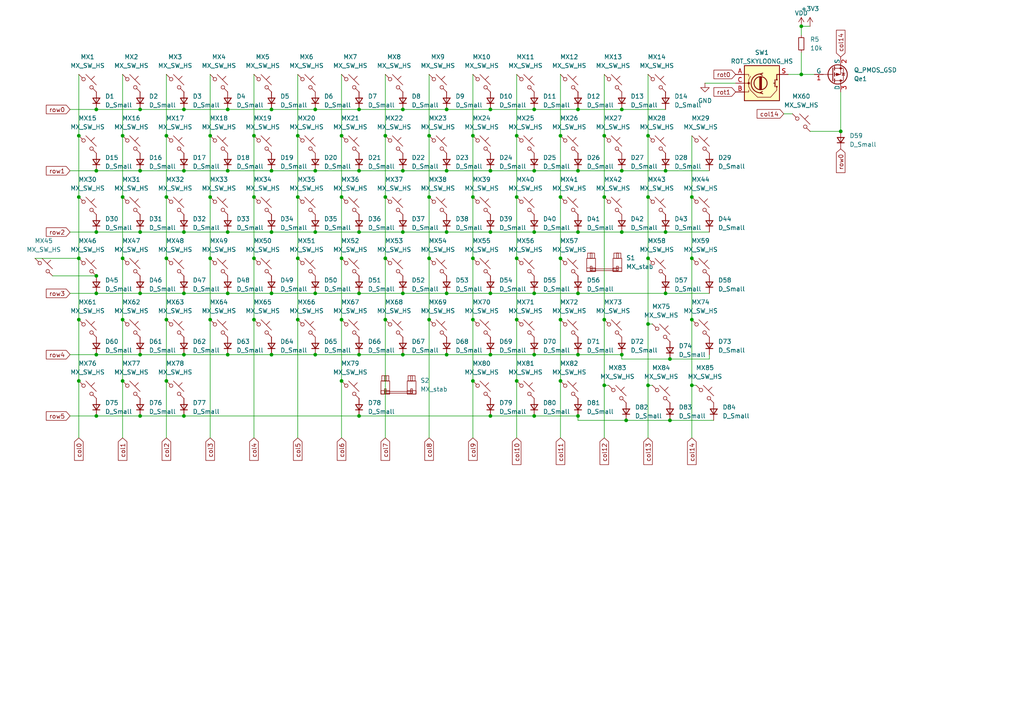
<source format=kicad_sch>
(kicad_sch (version 20231120) (generator "eeschema") (generator_version "8.0")
  (paper "A4")
  (junction (at 48.26 110.49))
  (junction (at 175.26 39.37))
  (junction (at 53.34 67.31))
  (junction (at 78.74 102.87))
  (junction (at 111.76 74.93))
  (junction (at 116.84 49.53))
  (junction (at 167.64 49.53))
  (junction (at 27.94 85.09))
  (junction (at 53.34 120.65))
  (junction (at 86.36 92.71))
  (junction (at 116.84 85.09))
  (junction (at 48.26 57.15))
  (junction (at 142.24 85.09))
  (junction (at 40.64 120.65))
  (junction (at 78.74 31.75))
  (junction (at 40.64 102.87))
  (junction (at 137.16 92.71))
  (junction (at 22.86 57.15))
  (junction (at 99.06 110.49))
  (junction (at 78.74 67.31))
  (junction (at 129.54 31.75))
  (junction (at 154.94 102.87))
  (junction (at 200.66 74.93))
  (junction (at 53.34 102.87))
  (junction (at 86.36 74.93))
  (junction (at 91.44 85.09))
  (junction (at 137.16 110.49))
  (junction (at 200.66 92.71))
  (junction (at 154.94 120.65))
  (junction (at 104.14 102.87))
  (junction (at 111.76 92.71))
  (junction (at 35.56 92.71))
  (junction (at 180.34 31.75))
  (junction (at 99.06 92.71))
  (junction (at 40.64 49.53))
  (junction (at 48.26 92.71))
  (junction (at 35.56 39.37))
  (junction (at 60.96 74.93))
  (junction (at 22.86 110.49))
  (junction (at 200.66 111.76))
  (junction (at 73.66 57.15))
  (junction (at 154.94 85.09))
  (junction (at 187.96 111.76))
  (junction (at 137.16 74.93))
  (junction (at 167.64 67.31))
  (junction (at 175.26 57.15))
  (junction (at 187.96 93.98))
  (junction (at 99.06 57.15))
  (junction (at 180.34 102.87))
  (junction (at 86.36 39.37))
  (junction (at 86.36 57.15))
  (junction (at 154.94 67.31))
  (junction (at 48.26 74.93))
  (junction (at 22.86 74.93))
  (junction (at 60.96 57.15))
  (junction (at 162.56 57.15))
  (junction (at 181.61 121.92))
  (junction (at 175.26 92.71))
  (junction (at 104.14 31.75))
  (junction (at 73.66 74.93))
  (junction (at 149.86 110.49))
  (junction (at 104.14 49.53))
  (junction (at 149.86 92.71))
  (junction (at 35.56 57.15))
  (junction (at 78.74 85.09))
  (junction (at 35.56 74.93))
  (junction (at 142.24 49.53))
  (junction (at 162.56 92.71))
  (junction (at 66.04 49.53))
  (junction (at 162.56 74.93))
  (junction (at 27.94 120.65))
  (junction (at 129.54 85.09))
  (junction (at 232.41 21.59))
  (junction (at 104.14 67.31))
  (junction (at 91.44 31.75))
  (junction (at 137.16 39.37))
  (junction (at 27.94 102.87))
  (junction (at 232.41 7.62))
  (junction (at 142.24 67.31))
  (junction (at 167.64 102.87))
  (junction (at 187.96 39.37))
  (junction (at 78.74 49.53))
  (junction (at 35.56 110.49))
  (junction (at 111.76 57.15))
  (junction (at 149.86 39.37))
  (junction (at 73.66 92.71))
  (junction (at 53.34 85.09))
  (junction (at 91.44 102.87))
  (junction (at 48.26 39.37))
  (junction (at 124.46 92.71))
  (junction (at 104.14 85.09))
  (junction (at 187.96 57.15))
  (junction (at 27.94 80.01))
  (junction (at 73.66 39.37))
  (junction (at 193.04 49.53))
  (junction (at 180.34 49.53))
  (junction (at 60.96 92.71))
  (junction (at 194.31 121.92))
  (junction (at 142.24 31.75))
  (junction (at 167.64 85.09))
  (junction (at 175.26 111.76))
  (junction (at 27.94 31.75))
  (junction (at 22.86 92.71))
  (junction (at 162.56 39.37))
  (junction (at 116.84 102.87))
  (junction (at 111.76 39.37))
  (junction (at 116.84 31.75))
  (junction (at 99.06 39.37))
  (junction (at 142.24 120.65))
  (junction (at 129.54 102.87))
  (junction (at 66.04 102.87))
  (junction (at 60.96 39.37))
  (junction (at 124.46 39.37))
  (junction (at 149.86 74.93))
  (junction (at 40.64 67.31))
  (junction (at 124.46 57.15))
  (junction (at 194.31 104.14))
  (junction (at 99.06 74.93))
  (junction (at 243.84 38.1))
  (junction (at 53.34 31.75))
  (junction (at 129.54 67.31))
  (junction (at 187.96 74.93))
  (junction (at 27.94 67.31))
  (junction (at 27.94 49.53))
  (junction (at 200.66 57.15))
  (junction (at 22.86 39.37))
  (junction (at 66.04 67.31))
  (junction (at 137.16 57.15))
  (junction (at 193.04 67.31))
  (junction (at 167.64 31.75))
  (junction (at 66.04 31.75))
  (junction (at 53.34 49.53))
  (junction (at 154.94 49.53))
  (junction (at 142.24 102.87))
  (junction (at 40.64 85.09))
  (junction (at 180.34 67.31))
  (junction (at 149.86 57.15))
  (junction (at 91.44 49.53))
  (junction (at 162.56 110.49))
  (junction (at 104.14 120.65))
  (junction (at 91.44 67.31))
  (junction (at 66.04 85.09))
  (junction (at 124.46 74.93))
  (junction (at 193.04 85.09))
  (junction (at 167.64 120.65))
  (junction (at 129.54 49.53))
  (junction (at 116.84 67.31))
  (junction (at 154.94 31.75))
  (junction (at 40.64 31.75))
  (wire (pts (xy 162.56 110.49) (xy 162.56 127)))
  (wire (pts (xy 53.34 102.87) (xy 66.04 102.87)))
  (wire (pts (xy 78.74 85.09) (xy 91.44 85.09)))
  (wire (pts (xy 142.24 49.53) (xy 154.94 49.53)))
  (wire (pts (xy 175.26 111.76) (xy 175.26 127)))
  (wire (pts (xy 137.16 21.59) (xy 137.16 39.37)))
  (wire (pts (xy 99.06 57.15) (xy 99.06 74.93)))
  (wire (pts (xy 149.86 21.59) (xy 149.86 39.37)))
  (wire (pts (xy 22.86 39.37) (xy 22.86 57.15)))
  (wire (pts (xy 167.64 120.65) (xy 167.64 121.92)))
  (wire (pts (xy 111.76 57.15) (xy 111.76 74.93)))
  (wire (pts (xy 142.24 85.09) (xy 154.94 85.09)))
  (wire (pts (xy 116.84 67.31) (xy 129.54 67.31)))
  (wire (pts (xy 149.86 39.37) (xy 149.86 57.15)))
  (wire (pts (xy 40.64 85.09) (xy 53.34 85.09)))
  (wire (pts (xy 154.94 49.53) (xy 167.64 49.53)))
  (wire (pts (xy 175.26 39.37) (xy 175.26 57.15)))
  (wire (pts (xy 40.64 102.87) (xy 53.34 102.87)))
  (wire (pts (xy 124.46 92.71) (xy 124.46 127)))
  (wire (pts (xy 60.96 39.37) (xy 60.96 57.15)))
  (wire (pts (xy 180.34 49.53) (xy 193.04 49.53)))
  (wire (pts (xy 48.26 92.71) (xy 48.26 110.49)))
  (wire (pts (xy 194.31 121.92) (xy 207.01 121.92)))
  (wire (pts (xy 187.96 93.98) (xy 189.23 93.98)))
  (wire (pts (xy 10.16 74.93) (xy 22.86 74.93)))
  (wire (pts (xy 91.44 67.31) (xy 104.14 67.31)))
  (wire (pts (xy 104.14 102.87) (xy 116.84 102.87)))
  (wire (pts (xy 48.26 21.59) (xy 48.26 39.37)))
  (wire (pts (xy 73.66 21.59) (xy 73.66 39.37)))
  (wire (pts (xy 104.14 49.53) (xy 116.84 49.53)))
  (wire (pts (xy 48.26 74.93) (xy 48.26 92.71)))
  (wire (pts (xy 149.86 110.49) (xy 149.86 127)))
  (wire (pts (xy 66.04 102.87) (xy 78.74 102.87)))
  (wire (pts (xy 53.34 67.31) (xy 66.04 67.31)))
  (wire (pts (xy 187.96 93.98) (xy 187.96 111.76)))
  (wire (pts (xy 154.94 31.75) (xy 167.64 31.75)))
  (wire (pts (xy 35.56 110.49) (xy 35.56 127)))
  (wire (pts (xy 162.56 92.71) (xy 162.56 110.49)))
  (wire (pts (xy 200.66 74.93) (xy 200.66 92.71)))
  (wire (pts (xy 167.64 85.09) (xy 193.04 85.09)))
  (wire (pts (xy 116.84 85.09) (xy 129.54 85.09)))
  (wire (pts (xy 99.06 92.71) (xy 99.06 110.49)))
  (wire (pts (xy 91.44 31.75) (xy 104.14 31.75)))
  (wire (pts (xy 175.26 92.71) (xy 175.26 111.76)))
  (wire (pts (xy 129.54 67.31) (xy 142.24 67.31)))
  (wire (pts (xy 53.34 49.53) (xy 66.04 49.53)))
  (wire (pts (xy 27.94 85.09) (xy 40.64 85.09)))
  (wire (pts (xy 154.94 85.09) (xy 167.64 85.09)))
  (wire (pts (xy 187.96 39.37) (xy 187.96 57.15)))
  (wire (pts (xy 20.32 31.75) (xy 27.94 31.75)))
  (wire (pts (xy 200.66 39.37) (xy 200.66 57.15)))
  (wire (pts (xy 60.96 21.59) (xy 60.96 39.37)))
  (wire (pts (xy 66.04 85.09) (xy 78.74 85.09)))
  (wire (pts (xy 48.26 39.37) (xy 48.26 57.15)))
  (wire (pts (xy 200.66 57.15) (xy 200.66 74.93)))
  (wire (pts (xy 137.16 57.15) (xy 137.16 74.93)))
  (wire (pts (xy 27.94 67.31) (xy 40.64 67.31)))
  (wire (pts (xy 40.64 120.65) (xy 53.34 120.65)))
  (wire (pts (xy 180.34 102.87) (xy 180.34 104.14)))
  (wire (pts (xy 205.74 104.14) (xy 205.74 102.87)))
  (wire (pts (xy 99.06 39.37) (xy 99.06 57.15)))
  (wire (pts (xy 73.66 39.37) (xy 73.66 57.15)))
  (wire (pts (xy 116.84 49.53) (xy 129.54 49.53)))
  (wire (pts (xy 20.32 102.87) (xy 27.94 102.87)))
  (wire (pts (xy 228.6 21.59) (xy 232.41 21.59)))
  (wire (pts (xy 187.96 111.76) (xy 187.96 127)))
  (wire (pts (xy 15.24 80.01) (xy 27.94 80.01)))
  (wire (pts (xy 129.54 31.75) (xy 142.24 31.75)))
  (wire (pts (xy 194.31 104.14) (xy 205.74 104.14)))
  (wire (pts (xy 53.34 31.75) (xy 66.04 31.75)))
  (wire (pts (xy 73.66 92.71) (xy 73.66 127)))
  (wire (pts (xy 142.24 120.65) (xy 154.94 120.65)))
  (wire (pts (xy 53.34 120.65) (xy 104.14 120.65)))
  (wire (pts (xy 91.44 49.53) (xy 104.14 49.53)))
  (wire (pts (xy 124.46 39.37) (xy 124.46 57.15)))
  (wire (pts (xy 99.06 110.49) (xy 99.06 127)))
  (wire (pts (xy 137.16 92.71) (xy 137.16 110.49)))
  (wire (pts (xy 129.54 49.53) (xy 142.24 49.53)))
  (wire (pts (xy 200.66 111.76) (xy 201.93 111.76)))
  (wire (pts (xy 175.26 21.59) (xy 175.26 39.37)))
  (wire (pts (xy 187.96 57.15) (xy 187.96 74.93)))
  (wire (pts (xy 167.64 31.75) (xy 180.34 31.75)))
  (wire (pts (xy 129.54 102.87) (xy 142.24 102.87)))
  (wire (pts (xy 78.74 67.31) (xy 91.44 67.31)))
  (wire (pts (xy 162.56 74.93) (xy 162.56 92.71)))
  (wire (pts (xy 149.86 74.93) (xy 149.86 92.71)))
  (wire (pts (xy 175.26 57.15) (xy 175.26 92.71)))
  (wire (pts (xy 232.41 15.24) (xy 232.41 21.59)))
  (wire (pts (xy 154.94 67.31) (xy 167.64 67.31)))
  (wire (pts (xy 66.04 67.31) (xy 78.74 67.31)))
  (wire (pts (xy 66.04 31.75) (xy 78.74 31.75)))
  (wire (pts (xy 104.14 120.65) (xy 142.24 120.65)))
  (wire (pts (xy 22.86 21.59) (xy 22.86 39.37)))
  (wire (pts (xy 27.94 120.65) (xy 40.64 120.65)))
  (wire (pts (xy 60.96 92.71) (xy 60.96 127)))
  (wire (pts (xy 104.14 85.09) (xy 116.84 85.09)))
  (wire (pts (xy 22.86 92.71) (xy 22.86 110.49)))
  (wire (pts (xy 40.64 49.53) (xy 53.34 49.53)))
  (wire (pts (xy 232.41 7.62) (xy 234.95 7.62)))
  (wire (pts (xy 73.66 57.15) (xy 73.66 74.93)))
  (wire (pts (xy 20.32 49.53) (xy 27.94 49.53)))
  (wire (pts (xy 104.14 67.31) (xy 116.84 67.31)))
  (wire (pts (xy 243.84 26.67) (xy 243.84 38.1)))
  (wire (pts (xy 35.56 74.93) (xy 35.56 92.71)))
  (wire (pts (xy 53.34 85.09) (xy 66.04 85.09)))
  (wire (pts (xy 40.64 67.31) (xy 53.34 67.31)))
  (wire (pts (xy 91.44 85.09) (xy 104.14 85.09)))
  (wire (pts (xy 66.04 49.53) (xy 78.74 49.53)))
  (wire (pts (xy 124.46 57.15) (xy 124.46 74.93)))
  (wire (pts (xy 187.96 21.59) (xy 187.96 39.37)))
  (wire (pts (xy 154.94 102.87) (xy 167.64 102.87)))
  (wire (pts (xy 111.76 21.59) (xy 111.76 39.37)))
  (wire (pts (xy 149.86 92.71) (xy 149.86 110.49)))
  (wire (pts (xy 142.24 31.75) (xy 154.94 31.75)))
  (wire (pts (xy 86.36 39.37) (xy 86.36 57.15)))
  (wire (pts (xy 116.84 31.75) (xy 129.54 31.75)))
  (wire (pts (xy 167.64 67.31) (xy 180.34 67.31)))
  (wire (pts (xy 187.96 74.93) (xy 187.96 93.98)))
  (wire (pts (xy 180.34 104.14) (xy 194.31 104.14)))
  (wire (pts (xy 137.16 39.37) (xy 137.16 57.15)))
  (wire (pts (xy 35.56 57.15) (xy 35.56 74.93)))
  (wire (pts (xy 99.06 21.59) (xy 99.06 39.37)))
  (wire (pts (xy 142.24 102.87) (xy 154.94 102.87)))
  (wire (pts (xy 20.32 67.31) (xy 27.94 67.31)))
  (wire (pts (xy 137.16 74.93) (xy 137.16 92.71)))
  (wire (pts (xy 116.84 102.87) (xy 129.54 102.87)))
  (wire (pts (xy 60.96 74.93) (xy 60.96 92.71)))
  (wire (pts (xy 137.16 110.49) (xy 137.16 127)))
  (wire (pts (xy 78.74 49.53) (xy 91.44 49.53)))
  (wire (pts (xy 234.95 38.1) (xy 243.84 38.1)))
  (wire (pts (xy 60.96 57.15) (xy 60.96 74.93)))
  (wire (pts (xy 86.36 57.15) (xy 86.36 74.93)))
  (wire (pts (xy 111.76 74.93) (xy 111.76 92.71)))
  (wire (pts (xy 86.36 74.93) (xy 86.36 92.71)))
  (wire (pts (xy 22.86 110.49) (xy 22.86 127)))
  (wire (pts (xy 48.26 110.49) (xy 48.26 127)))
  (wire (pts (xy 104.14 31.75) (xy 116.84 31.75)))
  (wire (pts (xy 167.64 49.53) (xy 180.34 49.53)))
  (wire (pts (xy 86.36 92.71) (xy 86.36 127)))
  (wire (pts (xy 129.54 85.09) (xy 142.24 85.09)))
  (wire (pts (xy 22.86 74.93) (xy 22.86 92.71)))
  (wire (pts (xy 22.86 57.15) (xy 22.86 74.93)))
  (wire (pts (xy 162.56 39.37) (xy 162.56 57.15)))
  (wire (pts (xy 48.26 57.15) (xy 48.26 74.93)))
  (wire (pts (xy 20.32 85.09) (xy 27.94 85.09)))
  (wire (pts (xy 111.76 92.71) (xy 111.76 127)))
  (wire (pts (xy 167.64 102.87) (xy 180.34 102.87)))
  (wire (pts (xy 187.96 111.76) (xy 189.23 111.76)))
  (wire (pts (xy 193.04 49.53) (xy 205.74 49.53)))
  (wire (pts (xy 167.64 121.92) (xy 181.61 121.92)))
  (wire (pts (xy 124.46 21.59) (xy 124.46 39.37)))
  (wire (pts (xy 35.56 21.59) (xy 35.56 39.37)))
  (wire (pts (xy 162.56 57.15) (xy 162.56 74.93)))
  (wire (pts (xy 175.26 111.76) (xy 176.53 111.76)))
  (wire (pts (xy 227.33 33.02) (xy 229.87 33.02)))
  (wire (pts (xy 154.94 120.65) (xy 167.64 120.65)))
  (wire (pts (xy 27.94 49.53) (xy 40.64 49.53)))
  (wire (pts (xy 78.74 31.75) (xy 91.44 31.75)))
  (wire (pts (xy 91.44 102.87) (xy 104.14 102.87)))
  (wire (pts (xy 20.32 120.65) (xy 27.94 120.65)))
  (wire (pts (xy 232.41 21.59) (xy 236.22 21.59)))
  (wire (pts (xy 86.36 21.59) (xy 86.36 39.37)))
  (wire (pts (xy 149.86 57.15) (xy 149.86 74.93)))
  (wire (pts (xy 142.24 67.31) (xy 154.94 67.31)))
  (wire (pts (xy 99.06 74.93) (xy 99.06 92.71)))
  (wire (pts (xy 111.76 39.37) (xy 111.76 57.15)))
  (wire (pts (xy 181.61 121.92) (xy 194.31 121.92)))
  (wire (pts (xy 200.66 111.76) (xy 200.66 127)))
  (wire (pts (xy 73.66 74.93) (xy 73.66 92.71)))
  (wire (pts (xy 40.64 31.75) (xy 53.34 31.75)))
  (wire (pts (xy 124.46 74.93) (xy 124.46 92.71)))
  (wire (pts (xy 180.34 31.75) (xy 193.04 31.75)))
  (wire (pts (xy 35.56 39.37) (xy 35.56 57.15)))
  (wire (pts (xy 180.34 67.31) (xy 193.04 67.31)))
  (wire (pts (xy 193.04 67.31) (xy 205.74 67.31)))
  (wire (pts (xy 193.04 85.09) (xy 205.74 85.09)))
  (wire (pts (xy 200.66 92.71) (xy 200.66 111.76)))
  (wire (pts (xy 27.94 31.75) (xy 40.64 31.75)))
  (wire (pts (xy 204.47 24.13) (xy 213.36 24.13)))
  (wire (pts (xy 78.74 102.87) (xy 91.44 102.87)))
  (wire (pts (xy 232.41 7.62) (xy 232.41 10.16)))
  (wire (pts (xy 27.94 102.87) (xy 40.64 102.87)))
  (wire (pts (xy 35.56 92.71) (xy 35.56 110.49)))
  (wire (pts (xy 162.56 21.59) (xy 162.56 39.37)))
  (global_label "row0" (shape input) (at 20.32 31.75 180) (property "Intersheetrefs" "${INTERSHEET_REFS}" (effects (hide yes))))
  (global_label "col0" (shape input) (at 22.86 127 270) (property "Intersheetrefs" "${INTERSHEET_REFS}" (effects (hide yes))))
  (global_label "col11" (shape input) (at 162.56 127 270) (property "Intersheetrefs" "${INTERSHEET_REFS}" (effects (hide yes))))
  (global_label "col8" (shape input) (at 124.46 127 270) (property "Intersheetrefs" "${INTERSHEET_REFS}" (effects (hide yes))))
  (global_label "col7" (shape input) (at 111.76 127 270) (property "Intersheetrefs" "${INTERSHEET_REFS}" (effects (hide yes))))
  (global_label "col13" (shape input) (at 187.96 127 270) (property "Intersheetrefs" "${INTERSHEET_REFS}" (effects (hide yes))))
  (global_label "row3" (shape input) (at 20.32 85.09 180) (property "Intersheetrefs" "${INTERSHEET_REFS}" (effects (hide yes))))
  (global_label "row1" (shape input) (at 20.32 49.53 180) (property "Intersheetrefs" "${INTERSHEET_REFS}" (effects (hide yes))))
  (global_label "rot0" (shape input) (at 213.36 21.59 180) (property "Intersheetrefs" "${INTERSHEET_REFS}" (effects (hide yes))))
  (global_label "col10" (shape input) (at 149.86 127 270) (property "Intersheetrefs" "${INTERSHEET_REFS}" (effects (hide yes))))
  (global_label "row5" (shape input) (at 20.32 120.65 180) (property "Intersheetrefs" "${INTERSHEET_REFS}" (effects (hide yes))))
  (global_label "row4" (shape input) (at 20.32 102.87 180) (property "Intersheetrefs" "${INTERSHEET_REFS}" (effects (hide yes))))
  (global_label "col2" (shape input) (at 48.26 127 270) (property "Intersheetrefs" "${INTERSHEET_REFS}" (effects (hide yes))))
  (global_label "col9" (shape input) (at 137.16 127 270) (property "Intersheetrefs" "${INTERSHEET_REFS}" (effects (hide yes))))
  (global_label "col14" (shape input) (at 243.84 16.51 90) (property "Intersheetrefs" "${INTERSHEET_REFS}" (effects (hide yes))))
  (global_label "col12" (shape input) (at 175.26 127 270) (property "Intersheetrefs" "${INTERSHEET_REFS}" (effects (hide yes))))
  (global_label "col3" (shape input) (at 60.96 127 270) (property "Intersheetrefs" "${INTERSHEET_REFS}" (effects (hide yes))))
  (global_label "col6" (shape input) (at 99.06 127 270) (property "Intersheetrefs" "${INTERSHEET_REFS}" (effects (hide yes))))
  (global_label "col5" (shape input) (at 86.36 127 270) (property "Intersheetrefs" "${INTERSHEET_REFS}" (effects (hide yes))))
  (global_label "row2" (shape input) (at 20.32 67.31 180) (property "Intersheetrefs" "${INTERSHEET_REFS}" (effects (hide yes))))
  (global_label "col14" (shape input) (at 227.33 33.02 180) (property "Intersheetrefs" "${INTERSHEET_REFS}" (effects (hide yes))))
  (global_label "col14" (shape input) (at 200.66 127 270) (property "Intersheetrefs" "${INTERSHEET_REFS}" (effects (hide yes))))
  (global_label "col4" (shape input) (at 73.66 127 270) (property "Intersheetrefs" "${INTERSHEET_REFS}" (effects (hide yes))))
  (global_label "row0" (shape input) (at 243.84 43.18 270) (property "Intersheetrefs" "${INTERSHEET_REFS}" (effects (hide yes))))
  (global_label "col1" (shape input) (at 35.56 127 270) (property "Intersheetrefs" "${INTERSHEET_REFS}" (effects (hide yes))))
  (global_label "rot1" (shape input) (at 213.36 26.67 180) (property "Intersheetrefs" "${INTERSHEET_REFS}" (effects (hide yes))))
  (symbol (lib_id "Device:D_Small") (at 154.94 64.77 90) (unit 1)
    (property "Reference" "D40" (at 157.48 63.4999 90) (effects (justify right)))
    (property "Value" "D_Small" (at 157.48 66.0399 90) (effects (justify right)))
    (property "Footprint" "Diode_SMD:D_SOD-123" (effects (hide yes)))
    (property "Description" "Diode, small symbol" (effects (hide yes)))
    (property "Sim.Device" "D" (effects (hide yes)))
    (property "Sim.Pins" "1=K 2=A" (effects (hide yes)))
  )
  (symbol (lib_id "PCM_marbastlib-mx:MX_SW_HS_CPG151101S11") (at 152.4 59.69 0) (unit 1)
    (property "Reference" "MX40" (at 152.4 52.07 0))
    (property "Value" "MX_SW_HS" (at 152.4 54.61 0))
    (property "Footprint" "PCM_marbastlib-mx:SW_MX_HS_CPG151101S11_1u" (effects (hide yes)))
    (property "Description" "Push button switch, normally open, two pins, 45° tilted, Kailh CPG151101S11 for Cherry MX style switches" (effects (hide yes)))
  )
  (symbol (lib_id "PCM_marbastlib-mx:MX_SW_HS_CPG151101S11") (at 88.9 95.25 0) (unit 1)
    (property "Reference" "MX66" (at 88.9 87.63 0))
    (property "Value" "MX_SW_HS" (at 88.9 90.17 0))
    (property "Footprint" "PCM_marbastlib-mx:SW_MX_HS_CPG151101S11_1u" (effects (hide yes)))
    (property "Description" "Push button switch, normally open, two pins, 45° tilted, Kailh CPG151101S11 for Cherry MX style switches" (effects (hide yes)))
  )
  (symbol (lib_id "PCM_marbastlib-mx:MX_SW_HS_CPG151101S11") (at 191.77 96.52 0) (unit 1)
    (property "Reference" "MX75" (at 191.77 88.9 0))
    (property "Value" "MX_SW_HS" (at 191.77 91.44 0))
    (property "Footprint" "PCM_marbastlib-mx:SW_MX_HS_CPG151101S11_1u" (effects (hide yes)))
    (property "Description" "Push button switch, normally open, two pins, 45° tilted, Kailh CPG151101S11 for Cherry MX style switches" (effects (hide yes)))
  )
  (symbol (lib_id "Device:D_Small") (at 116.84 82.55 90) (unit 1)
    (property "Reference" "D52" (at 119.38 81.2799 90) (effects (justify right)))
    (property "Value" "D_Small" (at 119.38 83.8199 90) (effects (justify right)))
    (property "Footprint" "Diode_SMD:D_SOD-123" (effects (hide yes)))
    (property "Description" "Diode, small symbol" (effects (hide yes)))
    (property "Sim.Device" "D" (effects (hide yes)))
    (property "Sim.Pins" "1=K 2=A" (effects (hide yes)))
  )
  (symbol (lib_id "PCM_marbastlib-mx:MX_SW_HS_CPG151101S11") (at 50.8 113.03 0) (unit 1)
    (property "Reference" "MX78" (at 50.8 105.41 0))
    (property "Value" "MX_SW_HS" (at 50.8 107.95 0))
    (property "Footprint" "PCM_marbastlib-mx:SW_MX_HS_CPG151101S11_1.25u" (effects (hide yes)))
    (property "Description" "Push button switch, normally open, two pins, 45° tilted, Kailh CPG151101S11 for Cherry MX style switches" (effects (hide yes)))
  )
  (symbol (lib_id "PCM_marbastlib-mx:MX_SW_HS_CPG151101S11") (at 190.5 77.47 0) (unit 1)
    (property "Reference" "MX58" (at 190.5 69.85 0))
    (property "Value" "MX_SW_HS" (at 190.5 72.39 0))
    (property "Footprint" "PCM_marbastlib-mx:SW_MX_HS_CPG151101S11_1u" (effects (hide yes)))
    (property "Description" "Push button switch, normally open, two pins, 45° tilted, Kailh CPG151101S11 for Cherry MX style switches" (effects (hide yes)))
  )
  (symbol (lib_id "PCM_marbastlib-mx:MX_SW_HS_CPG151101S11") (at 38.1 59.69 0) (unit 1)
    (property "Reference" "MX31" (at 38.1 52.07 0))
    (property "Value" "MX_SW_HS" (at 38.1 54.61 0))
    (property "Footprint" "PCM_marbastlib-mx:SW_MX_HS_CPG151101S11_1u" (effects (hide yes)))
    (property "Description" "Push button switch, normally open, two pins, 45° tilted, Kailh CPG151101S11 for Cherry MX style switches" (effects (hide yes)))
  )
  (symbol (lib_id "Device:D_Small") (at 27.94 46.99 90) (unit 1)
    (property "Reference" "D15" (at 30.48 45.7199 90) (effects (justify right)))
    (property "Value" "D_Small" (at 30.48 48.2599 90) (effects (justify right)))
    (property "Footprint" "Diode_SMD:D_SOD-123" (effects (hide yes)))
    (property "Description" "Diode, small symbol" (effects (hide yes)))
    (property "Sim.Device" "D" (effects (hide yes)))
    (property "Sim.Pins" "1=K 2=A" (effects (hide yes)))
  )
  (symbol (lib_id "PCM_marbastlib-mx:MX_SW_HS_CPG151101S11") (at 203.2 41.91 0) (unit 1)
    (property "Reference" "MX29" (at 203.2 34.29 0))
    (property "Value" "MX_SW_HS" (at 203.2 36.83 0))
    (property "Footprint" "PCM_marbastlib-mx:SW_MX_HS_CPG151101S11_1u" (effects (hide yes)))
    (property "Description" "Push button switch, normally open, two pins, 45° tilted, Kailh CPG151101S11 for Cherry MX style switches" (effects (hide yes)))
  )
  (symbol (lib_id "Device:D_Small") (at 91.44 29.21 90) (unit 1)
    (property "Reference" "D6" (at 93.98 27.9399 90) (effects (justify right)))
    (property "Value" "D_Small" (at 93.98 30.4799 90) (effects (justify right)))
    (property "Footprint" "Diode_SMD:D_SOD-123" (effects (hide yes)))
    (property "Description" "Diode, small symbol" (effects (hide yes)))
    (property "Sim.Device" "D" (effects (hide yes)))
    (property "Sim.Pins" "1=K 2=A" (effects (hide yes)))
  )
  (symbol (lib_id "PCM_marbastlib-mx:MX_SW_HS_CPG151101S11") (at 25.4 77.47 0) (unit 1)
    (property "Reference" "MX46" (at 25.4 69.85 0))
    (property "Value" "MX_SW_HS" (at 25.4 72.39 0))
    (property "Footprint" "PCM_marbastlib-mx:SW_MX_HS_S_CPG151101S11_1u" (effects (hide yes)))
    (property "Description" "Push button switch, normally open, two pins, 45° tilted, Kailh CPG151101S11 for Cherry MX style switches" (effects (hide yes)))
  )
  (symbol (lib_id "PCM_marbastlib-mx:MX_SW_HS_CPG151101S11") (at 190.5 24.13 0) (unit 1)
    (property "Reference" "MX14" (at 190.5 16.51 0))
    (property "Value" "MX_SW_HS" (at 190.5 19.05 0))
    (property "Footprint" "PCM_marbastlib-mx:SW_MX_HS_CPG151101S11_1u" (effects (hide yes)))
    (property "Description" "Push button switch, normally open, two pins, 45° tilted, Kailh CPG151101S11 for Cherry MX style switches" (effects (hide yes)))
  )
  (symbol (lib_id "PCM_marbastlib-mx:MX_SW_HS_CPG151101S11") (at 63.5 77.47 0) (unit 1)
    (property "Reference" "MX49" (at 63.5 69.85 0))
    (property "Value" "MX_SW_HS" (at 63.5 72.39 0))
    (property "Footprint" "PCM_marbastlib-mx:SW_MX_HS_CPG151101S11_1u" (effects (hide yes)))
    (property "Description" "Push button switch, normally open, two pins, 45° tilted, Kailh CPG151101S11 for Cherry MX style switches" (effects (hide yes)))
  )
  (symbol (lib_id "Device:Q_PMOS_GSD") (at 241.3 21.59 0) (mirror x) (unit 1)
    (property "Reference" "Qe1" (at 247.65 22.8601 0) (effects (justify left)))
    (property "Value" "Q_PMOS_GSD" (at 247.65 20.3201 0) (effects (justify left)))
    (property "Footprint" "Package_TO_SOT_SMD:SOT-23" (effects (hide yes)))
    (property "Description" "P-MOSFET transistor, gate/source/drain" (effects (hide yes)))
  )
  (symbol (lib_id "Device:D_Small") (at 243.84 40.64 90) (unit 1)
    (property "Reference" "D59" (at 246.38 39.3699 90) (effects (justify right)))
    (property "Value" "D_Small" (at 246.38 41.9099 90) (effects (justify right)))
    (property "Footprint" "Diode_SMD:D_SOD-123" (effects (hide yes)))
    (property "Description" "Diode, small symbol" (effects (hide yes)))
    (property "Sim.Device" "D" (effects (hide yes)))
    (property "Sim.Pins" "1=K 2=A" (effects (hide yes)))
  )
  (symbol (lib_id "PCM_marbastlib-mx:MX_SW_HS_CPG151101S11") (at 101.6 95.25 0) (unit 1)
    (property "Reference" "MX67" (at 101.6 87.63 0))
    (property "Value" "MX_SW_HS" (at 101.6 90.17 0))
    (property "Footprint" "PCM_marbastlib-mx:SW_MX_HS_CPG151101S11_1u" (effects (hide yes)))
    (property "Description" "Push button switch, normally open, two pins, 45° tilted, Kailh CPG151101S11 for Cherry MX style switches" (effects (hide yes)))
  )
  (symbol (lib_id "Device:D_Small") (at 78.74 100.33 90) (unit 1)
    (property "Reference" "D64" (at 81.28 99.0599 90) (effects (justify right)))
    (property "Value" "D_Small" (at 81.28 101.5999 90) (effects (justify right)))
    (property "Footprint" "Diode_SMD:D_SOD-123" (effects (hide yes)))
    (property "Description" "Diode, small symbol" (effects (hide yes)))
    (property "Sim.Device" "D" (effects (hide yes)))
    (property "Sim.Pins" "1=K 2=A" (effects (hide yes)))
  )
  (symbol (lib_id "Device:D_Small") (at 167.64 29.21 90) (unit 1)
    (property "Reference" "D12" (at 170.18 27.9399 90) (effects (justify right)))
    (property "Value" "D_Small" (at 170.18 30.4799 90) (effects (justify right)))
    (property "Footprint" "Diode_SMD:D_SOD-123" (effects (hide yes)))
    (property "Description" "Diode, small symbol" (effects (hide yes)))
    (property "Sim.Device" "D" (effects (hide yes)))
    (property "Sim.Pins" "1=K 2=A" (effects (hide yes)))
  )
  (symbol (lib_id "PCM_marbastlib-mx:MX_stab") (at 175.26 76.2 0) (unit 1)
    (property "Reference" "S1" (at 181.61 74.8029 0) (effects (justify left)))
    (property "Value" "MX_stab" (at 181.61 77.3429 0) (effects (justify left)))
    (property "Footprint" "PCM_marbastlib-mx:STAB_MX_P_2.25u" (effects (hide yes)))
    (property "Description" "Cherry MX-style stabilizer" (effects (hide yes)))
  )
  (symbol (lib_id "Device:D_Small") (at 66.04 100.33 90) (unit 1)
    (property "Reference" "D63" (at 68.58 99.0599 90) (effects (justify right)))
    (property "Value" "D_Small" (at 68.58 101.5999 90) (effects (justify right)))
    (property "Footprint" "Diode_SMD:D_SOD-123" (effects (hide yes)))
    (property "Description" "Diode, small symbol" (effects (hide yes)))
    (property "Sim.Device" "D" (effects (hide yes)))
    (property "Sim.Pins" "1=K 2=A" (effects (hide yes)))
  )
  (symbol (lib_id "Device:D_Small") (at 205.74 82.55 90) (unit 1)
    (property "Reference" "D58" (at 208.28 81.2799 90) (effects (justify right)))
    (property "Value" "D_Small" (at 208.28 83.8199 90) (effects (justify right)))
    (property "Footprint" "Diode_SMD:D_SOD-123" (effects (hide yes)))
    (property "Description" "Diode, small symbol" (effects (hide yes)))
    (property "Sim.Device" "D" (effects (hide yes)))
    (property "Sim.Pins" "1=K 2=A" (effects (hide yes)))
  )
  (symbol (lib_id "Device:D_Small") (at 194.31 101.6 90) (unit 1)
    (property "Reference" "D74" (at 196.85 100.3299 90) (effects (justify right)))
    (property "Value" "D_Small" (at 196.85 102.8699 90) (effects (justify right)))
    (property "Footprint" "Diode_SMD:D_SOD-123" (effects (hide yes)))
    (property "Description" "Diode, small symbol" (effects (hide yes)))
    (property "Sim.Device" "D" (effects (hide yes)))
    (property "Sim.Pins" "1=K 2=A" (effects (hide yes)))
  )
  (symbol (lib_id "Device:D_Small") (at 205.74 46.99 90) (unit 1)
    (property "Reference" "D29" (at 208.28 45.7199 90) (effects (justify right)))
    (property "Value" "D_Small" (at 208.28 48.2599 90) (effects (justify right)))
    (property "Footprint" "Diode_SMD:D_SOD-123" (effects (hide yes)))
    (property "Description" "Diode, small symbol" (effects (hide yes)))
    (property "Sim.Device" "D" (effects (hide yes)))
    (property "Sim.Pins" "1=K 2=A" (effects (hide yes)))
  )
  (symbol (lib_id "PCM_marbastlib-mx:MX_SW_HS_CPG151101S11") (at 139.7 24.13 0) (unit 1)
    (property "Reference" "MX10" (at 139.7 16.51 0))
    (property "Value" "MX_SW_HS" (at 139.7 19.05 0))
    (property "Footprint" "PCM_marbastlib-mx:SW_MX_HS_CPG151101S11_1u" (effects (hide yes)))
    (property "Description" "Push button switch, normally open, two pins, 45° tilted, Kailh CPG151101S11 for Cherry MX style switches" (effects (hide yes)))
  )
  (symbol (lib_id "Device:D_Small") (at 167.64 46.99 90) (unit 1)
    (property "Reference" "D26" (at 170.18 45.7199 90) (effects (justify right)))
    (property "Value" "D_Small" (at 170.18 48.2599 90) (effects (justify right)))
    (property "Footprint" "Diode_SMD:D_SOD-123" (effects (hide yes)))
    (property "Description" "Diode, small symbol" (effects (hide yes)))
    (property "Sim.Device" "D" (effects (hide yes)))
    (property "Sim.Pins" "1=K 2=A" (effects (hide yes)))
  )
  (symbol (lib_id "Device:D_Small") (at 129.54 82.55 90) (unit 1)
    (property "Reference" "D53" (at 132.08 81.2799 90) (effects (justify right)))
    (property "Value" "D_Small" (at 132.08 83.8199 90) (effects (justify right)))
    (property "Footprint" "Diode_SMD:D_SOD-123" (effects (hide yes)))
    (property "Description" "Diode, small symbol" (effects (hide yes)))
    (property "Sim.Device" "D" (effects (hide yes)))
    (property "Sim.Pins" "1=K 2=A" (effects (hide yes)))
  )
  (symbol (lib_id "Device:D_Small") (at 154.94 82.55 90) (unit 1)
    (property "Reference" "D55" (at 157.48 81.2799 90) (effects (justify right)))
    (property "Value" "D_Small" (at 157.48 83.8199 90) (effects (justify right)))
    (property "Footprint" "Diode_SMD:D_SOD-123" (effects (hide yes)))
    (property "Description" "Diode, small symbol" (effects (hide yes)))
    (property "Sim.Device" "D" (effects (hide yes)))
    (property "Sim.Pins" "1=K 2=A" (effects (hide yes)))
  )
  (symbol (lib_id "Device:D_Small") (at 53.34 118.11 90) (unit 1)
    (property "Reference" "D77" (at 55.88 116.8399 90) (effects (justify right)))
    (property "Value" "D_Small" (at 55.88 119.3799 90) (effects (justify right)))
    (property "Footprint" "Diode_SMD:D_SOD-123" (effects (hide yes)))
    (property "Description" "Diode, small symbol" (effects (hide yes)))
    (property "Sim.Device" "D" (effects (hide yes)))
    (property "Sim.Pins" "1=K 2=A" (effects (hide yes)))
  )
  (symbol (lib_id "PCM_marbastlib-mx:MX_SW_HS_CPG151101S11") (at 63.5 59.69 0) (unit 1)
    (property "Reference" "MX33" (at 63.5 52.07 0))
    (property "Value" "MX_SW_HS" (at 63.5 54.61 0))
    (property "Footprint" "PCM_marbastlib-mx:SW_MX_HS_CPG151101S11_1u" (effects (hide yes)))
    (property "Description" "Push button switch, normally open, two pins, 45° tilted, Kailh CPG151101S11 for Cherry MX style switches" (effects (hide yes)))
  )
  (symbol (lib_id "Device:D_Small") (at 167.64 118.11 90) (unit 1)
    (property "Reference" "D81" (at 170.18 116.8399 90) (effects (justify right)))
    (property "Value" "D_Small" (at 170.18 119.3799 90) (effects (justify right)))
    (property "Footprint" "Diode_SMD:D_SOD-123" (effects (hide yes)))
    (property "Description" "Diode, small symbol" (effects (hide yes)))
    (property "Sim.Device" "D" (effects (hide yes)))
    (property "Sim.Pins" "1=K 2=A" (effects (hide yes)))
  )
  (symbol (lib_id "Device:D_Small") (at 78.74 64.77 90) (unit 1)
    (property "Reference" "D34" (at 81.28 63.4999 90) (effects (justify right)))
    (property "Value" "D_Small" (at 81.28 66.0399 90) (effects (justify right)))
    (property "Footprint" "Diode_SMD:D_SOD-123" (effects (hide yes)))
    (property "Description" "Diode, small symbol" (effects (hide yes)))
    (property "Sim.Device" "D" (effects (hide yes)))
    (property "Sim.Pins" "1=K 2=A" (effects (hide yes)))
  )
  (symbol (lib_id "PCM_marbastlib-mx:MX_SW_HS_CPG151101S11") (at 177.8 24.13 0) (unit 1)
    (property "Reference" "MX13" (at 177.8 16.51 0))
    (property "Value" "MX_SW_HS" (at 177.8 19.05 0))
    (property "Footprint" "PCM_marbastlib-mx:SW_MX_HS_CPG151101S11_1u" (effects (hide yes)))
    (property "Description" "Push button switch, normally open, two pins, 45° tilted, Kailh CPG151101S11 for Cherry MX style switches" (effects (hide yes)))
  )
  (symbol (lib_id "PCM_marbastlib-mx:MX_SW_HS_CPG151101S11") (at 101.6 24.13 0) (unit 1)
    (property "Reference" "MX7" (at 101.6 16.51 0))
    (property "Value" "MX_SW_HS" (at 101.6 19.05 0))
    (property "Footprint" "PCM_marbastlib-mx:SW_MX_HS_CPG151101S11_1u" (effects (hide yes)))
    (property "Description" "Push button switch, normally open, two pins, 45° tilted, Kailh CPG151101S11 for Cherry MX style switches" (effects (hide yes)))
  )
  (symbol (lib_id "PCM_marbastlib-mx:MX_SW_HS_CPG151101S11") (at 114.3 24.13 0) (unit 1)
    (property "Reference" "MX8" (at 114.3 16.51 0))
    (property "Value" "MX_SW_HS" (at 114.3 19.05 0))
    (property "Footprint" "PCM_marbastlib-mx:SW_MX_HS_CPG151101S11_1u" (effects (hide yes)))
    (property "Description" "Push button switch, normally open, two pins, 45° tilted, Kailh CPG151101S11 for Cherry MX style switches" (effects (hide yes)))
  )
  (symbol (lib_id "PCM_marbastlib-mx:MX_SW_HS_CPG151101S11") (at 25.4 41.91 0) (unit 1)
    (property "Reference" "MX15" (at 25.4 34.29 0))
    (property "Value" "MX_SW_HS" (at 25.4 36.83 0))
    (property "Footprint" "PCM_marbastlib-mx:SW_MX_HS_CPG151101S11_1u" (effects (hide yes)))
    (property "Description" "Push button switch, normally open, two pins, 45° tilted, Kailh CPG151101S11 for Cherry MX style switches" (effects (hide yes)))
  )
  (symbol (lib_id "Device:D_Small") (at 104.14 29.21 90) (unit 1)
    (property "Reference" "D7" (at 106.68 27.9399 90) (effects (justify right)))
    (property "Value" "D_Small" (at 106.68 30.4799 90) (effects (justify right)))
    (property "Footprint" "Diode_SMD:D_SOD-123" (effects (hide yes)))
    (property "Description" "Diode, small symbol" (effects (hide yes)))
    (property "Sim.Device" "D" (effects (hide yes)))
    (property "Sim.Pins" "1=K 2=A" (effects (hide yes)))
  )
  (symbol (lib_id "PCM_marbastlib-mx:MX_SW_HS_CPG151101S11") (at 152.4 41.91 0) (unit 1)
    (property "Reference" "MX25" (at 152.4 34.29 0))
    (property "Value" "MX_SW_HS" (at 152.4 36.83 0))
    (property "Footprint" "PCM_marbastlib-mx:SW_MX_HS_CPG151101S11_1u" (effects (hide yes)))
    (property "Description" "Push button switch, normally open, two pins, 45° tilted, Kailh CPG151101S11 for Cherry MX style switches" (effects (hide yes)))
  )
  (symbol (lib_id "PCM_marbastlib-mx:MX_SW_HS_CPG151101S11") (at 101.6 77.47 0) (unit 1)
    (property "Reference" "MX52" (at 101.6 69.85 0))
    (property "Value" "MX_SW_HS" (at 101.6 72.39 0))
    (property "Footprint" "PCM_marbastlib-mx:SW_MX_HS_CPG151101S11_1u" (effects (hide yes)))
    (property "Description" "Push button switch, normally open, two pins, 45° tilted, Kailh CPG151101S11 for Cherry MX style switches" (effects (hide yes)))
  )
  (symbol (lib_id "PCM_marbastlib-mx:MX_SW_HS_CPG151101S11") (at 114.3 95.25 0) (unit 1)
    (property "Reference" "MX68" (at 114.3 87.63 0))
    (property "Value" "MX_SW_HS" (at 114.3 90.17 0))
    (property "Footprint" "PCM_marbastlib-mx:SW_MX_HS_CPG151101S11_1u" (effects (hide yes)))
    (property "Description" "Push button switch, normally open, two pins, 45° tilted, Kailh CPG151101S11 for Cherry MX style switches" (effects (hide yes)))
  )
  (symbol (lib_id "PCM_marbastlib-mx:MX_stab") (at 115.57 111.76 0) (unit 1)
    (property "Reference" "S2" (at 121.92 110.3629 0) (effects (justify left)))
    (property "Value" "MX_stab" (at 121.92 112.9029 0) (effects (justify left)))
    (property "Footprint" "PCM_marbastlib-mx:STAB_MX_P_6.25u" (effects (hide yes)))
    (property "Description" "Cherry MX-style stabilizer" (effects (hide yes)))
  )
  (symbol (lib_id "PCM_marbastlib-mx:MX_SW_HS_CPG151101S11") (at 38.1 113.03 0) (unit 1)
    (property "Reference" "MX77" (at 38.1 105.41 0))
    (property "Value" "MX_SW_HS" (at 38.1 107.95 0))
    (property "Footprint" "PCM_marbastlib-mx:SW_MX_HS_CPG151101S11_1.25u" (effects (hide yes)))
    (property "Description" "Push button switch, normally open, two pins, 45° tilted, Kailh CPG151101S11 for Cherry MX style switches" (effects (hide yes)))
  )
  (symbol (lib_id "PCM_marbastlib-mx:MX_SW_HS_CPG151101S11") (at 76.2 24.13 0) (unit 1)
    (property "Reference" "MX5" (at 76.2 16.51 0))
    (property "Value" "MX_SW_HS" (at 76.2 19.05 0))
    (property "Footprint" "PCM_marbastlib-mx:SW_MX_HS_CPG151101S11_1u" (effects (hide yes)))
    (property "Description" "Push button switch, normally open, two pins, 45° tilted, Kailh CPG151101S11 for Cherry MX style switches" (effects (hide yes)))
  )
  (symbol (lib_id "Device:D_Small") (at 27.94 100.33 90) (unit 1)
    (property "Reference" "D60" (at 30.48 99.0599 90) (effects (justify right)))
    (property "Value" "D_Small" (at 30.48 101.5999 90) (effects (justify right)))
    (property "Footprint" "Diode_SMD:D_SOD-123" (effects (hide yes)))
    (property "Description" "Diode, small symbol" (effects (hide yes)))
    (property "Sim.Device" "D" (effects (hide yes)))
    (property "Sim.Pins" "1=K 2=A" (effects (hide yes)))
  )
  (symbol (lib_id "PCM_marbastlib-mx:MX_SW_HS_CPG151101S11") (at 152.4 95.25 0) (unit 1)
    (property "Reference" "MX71" (at 152.4 87.63 0))
    (property "Value" "MX_SW_HS" (at 152.4 90.17 0))
    (property "Footprint" "PCM_marbastlib-mx:SW_MX_HS_CPG151101S11_1u" (effects (hide yes)))
    (property "Description" "Push button switch, normally open, two pins, 45° tilted, Kailh CPG151101S11 for Cherry MX style switches" (effects (hide yes)))
  )
  (symbol (lib_id "Device:D_Small") (at 193.04 46.99 90) (unit 1)
    (property "Reference" "D28" (at 195.58 45.7199 90) (effects (justify right)))
    (property "Value" "D_Small" (at 195.58 48.2599 90) (effects (justify right)))
    (property "Footprint" "Diode_SMD:D_SOD-123" (effects (hide yes)))
    (property "Description" "Diode, small symbol" (effects (hide yes)))
    (property "Sim.Device" "D" (effects (hide yes)))
    (property "Sim.Pins" "1=K 2=A" (effects (hide yes)))
  )
  (symbol (lib_id "Device:D_Small") (at 66.04 29.21 90) (unit 1)
    (property "Reference" "D4" (at 68.58 27.9399 90) (effects (justify right)))
    (property "Value" "D_Small" (at 68.58 30.4799 90) (effects (justify right)))
    (property "Footprint" "Diode_SMD:D_SOD-123" (effects (hide yes)))
    (property "Description" "Diode, small symbol" (effects (hide yes)))
    (property "Sim.Device" "D" (effects (hide yes)))
    (property "Sim.Pins" "1=K 2=A" (effects (hide yes)))
  )
  (symbol (lib_id "Device:D_Small") (at 104.14 118.11 90) (unit 1)
    (property "Reference" "D78" (at 106.68 116.8399 90) (effects (justify right)))
    (property "Value" "D_Small" (at 106.68 119.3799 90) (effects (justify right)))
    (property "Footprint" "Diode_SMD:D_SOD-123" (effects (hide yes)))
    (property "Description" "Diode, small symbol" (effects (hide yes)))
    (property "Sim.Device" "D" (effects (hide yes)))
    (property "Sim.Pins" "1=K 2=A" (effects (hide yes)))
  )
  (symbol (lib_id "PCM_marbastlib-mx:MX_SW_HS_CPG151101S11") (at 76.2 41.91 0) (unit 1)
    (property "Reference" "MX19" (at 76.2 34.29 0))
    (property "Value" "MX_SW_HS" (at 76.2 36.83 0))
    (property "Footprint" "PCM_marbastlib-mx:SW_MX_HS_CPG151101S11_1u" (effects (hide yes)))
    (property "Description" "Push button switch, normally open, two pins, 45° tilted, Kailh CPG151101S11 for Cherry MX style switches" (effects (hide yes)))
  )
  (symbol (lib_id "Device:D_Small") (at 142.24 29.21 90) (unit 1)
    (property "Reference" "D10" (at 144.78 27.9399 90) (effects (justify right)))
    (property "Value" "D_Small" (at 144.78 30.4799 90) (effects (justify right)))
    (property "Footprint" "Diode_SMD:D_SOD-123" (effects (hide yes)))
    (property "Description" "Diode, small symbol" (effects (hide yes)))
    (property "Sim.Device" "D" (effects (hide yes)))
    (property "Sim.Pins" "1=K 2=A" (effects (hide yes)))
  )
  (symbol (lib_id "Device:D_Small") (at 181.61 119.38 90) (unit 1)
    (property "Reference" "D82" (at 184.15 118.1099 90) (effects (justify right)))
    (property "Value" "D_Small" (at 184.15 120.6499 90) (effects (justify right)))
    (property "Footprint" "Diode_SMD:D_SOD-123" (effects (hide yes)))
    (property "Description" "Diode, small symbol" (effects (hide yes)))
    (property "Sim.Device" "D" (effects (hide yes)))
    (property "Sim.Pins" "1=K 2=A" (effects (hide yes)))
  )
  (symbol (lib_id "Device:D_Small") (at 78.74 46.99 90) (unit 1)
    (property "Reference" "D19" (at 81.28 45.7199 90) (effects (justify right)))
    (property "Value" "D_Small" (at 81.28 48.2599 90) (effects (justify right)))
    (property "Footprint" "Diode_SMD:D_SOD-123" (effects (hide yes)))
    (property "Description" "Diode, small symbol" (effects (hide yes)))
    (property "Sim.Device" "D" (effects (hide yes)))
    (property "Sim.Pins" "1=K 2=A" (effects (hide yes)))
  )
  (symbol (lib_id "PCM_marbastlib-mx:MX_SW_HS_CPG151101S11") (at 114.3 77.47 0) (unit 1)
    (property "Reference" "MX53" (at 114.3 69.85 0))
    (property "Value" "MX_SW_HS" (at 114.3 72.39 0))
    (property "Footprint" "PCM_marbastlib-mx:SW_MX_HS_CPG151101S11_1u" (effects (hide yes)))
    (property "Description" "Push button switch, normally open, two pins, 45° tilted, Kailh CPG151101S11 for Cherry MX style switches" (effects (hide yes)))
  )
  (symbol (lib_id "Device:D_Small") (at 194.31 119.38 90) (unit 1)
    (property "Reference" "D83" (at 196.85 118.1099 90) (effects (justify right)))
    (property "Value" "D_Small" (at 196.85 120.6499 90) (effects (justify right)))
    (property "Footprint" "Diode_SMD:D_SOD-123" (effects (hide yes)))
    (property "Description" "Diode, small symbol" (effects (hide yes)))
    (property "Sim.Device" "D" (effects (hide yes)))
    (property "Sim.Pins" "1=K 2=A" (effects (hide yes)))
  )
  (symbol (lib_id "Device:D_Small") (at 129.54 100.33 90) (unit 1)
    (property "Reference" "D68" (at 132.08 99.0599 90) (effects (justify right)))
    (property "Value" "D_Small" (at 132.08 101.5999 90) (effects (justify right)))
    (property "Footprint" "Diode_SMD:D_SOD-123" (effects (hide yes)))
    (property "Description" "Diode, small symbol" (effects (hide yes)))
    (property "Sim.Device" "D" (effects (hide yes)))
    (property "Sim.Pins" "1=K 2=A" (effects (hide yes)))
  )
  (symbol (lib_id "Device:D_Small") (at 180.34 29.21 90) (unit 1)
    (property "Reference" "D13" (at 182.88 27.9399 90) (effects (justify right)))
    (property "Value" "D_Small" (at 182.88 30.4799 90) (effects (justify right)))
    (property "Footprint" "Diode_SMD:D_SOD-123" (effects (hide yes)))
    (property "Description" "Diode, small symbol" (effects (hide yes)))
    (property "Sim.Device" "D" (effects (hide yes)))
    (property "Sim.Pins" "1=K 2=A" (effects (hide yes)))
  )
  (symbol (lib_id "PCM_marbastlib-mx:MX_SW_HS_CPG151101S11") (at 76.2 77.47 0) (unit 1)
    (property "Reference" "MX50" (at 76.2 69.85 0))
    (property "Value" "MX_SW_HS" (at 76.2 72.39 0))
    (property "Footprint" "PCM_marbastlib-mx:SW_MX_HS_CPG151101S11_1u" (effects (hide yes)))
    (property "Description" "Push button switch, normally open, two pins, 45° tilted, Kailh CPG151101S11 for Cherry MX style switches" (effects (hide yes)))
  )
  (symbol (lib_id "PCM_marbastlib-mx:MX_SW_HS_CPG151101S11") (at 190.5 41.91 0) (unit 1)
    (property "Reference" "MX28" (at 190.5 34.29 0))
    (property "Value" "MX_SW_HS" (at 190.5 36.83 0))
    (property "Footprint" "PCM_marbastlib-mx:SW_MX_HS_CPG151101S11_1u" (effects (hide yes)))
    (property "Description" "Push button switch, normally open, two pins, 45° tilted, Kailh CPG151101S11 for Cherry MX style switches" (effects (hide yes)))
  )
  (symbol (lib_id "Device:D_Small") (at 142.24 64.77 90) (unit 1)
    (property "Reference" "D39" (at 144.78 63.4999 90) (effects (justify right)))
    (property "Value" "D_Small" (at 144.78 66.0399 90) (effects (justify right)))
    (property "Footprint" "Diode_SMD:D_SOD-123" (effects (hide yes)))
    (property "Description" "Diode, small symbol" (effects (hide yes)))
    (property "Sim.Device" "D" (effects (hide yes)))
    (property "Sim.Pins" "1=K 2=A" (effects (hide yes)))
  )
  (symbol (lib_id "Device:D_Small") (at 180.34 64.77 90) (unit 1)
    (property "Reference" "D42" (at 182.88 63.4999 90) (effects (justify right)))
    (property "Value" "D_Small" (at 182.88 66.0399 90) (effects (justify right)))
    (property "Footprint" "Diode_SMD:D_SOD-123" (effects (hide yes)))
    (property "Description" "Diode, small symbol" (effects (hide yes)))
    (property "Sim.Device" "D" (effects (hide yes)))
    (property "Sim.Pins" "1=K 2=A" (effects (hide yes)))
  )
  (symbol (lib_id "PCM_marbastlib-mx:MX_SW_HS_CPG151101S11") (at 50.8 95.25 0) (unit 1)
    (property "Reference" "MX63" (at 50.8 87.63 0))
    (property "Value" "MX_SW_HS" (at 50.8 90.17 0))
    (property "Footprint" "PCM_marbastlib-mx:SW_MX_HS_CPG151101S11_1u" (effects (hide yes)))
    (property "Description" "Push button switch, normally open, two pins, 45° tilted, Kailh CPG151101S11 for Cherry MX style switches" (effects (hide yes)))
  )
  (symbol (lib_id "Device:D_Small") (at 154.94 118.11 90) (unit 1)
    (property "Reference" "D80" (at 157.48 116.8399 90) (effects (justify right)))
    (property "Value" "D_Small" (at 157.48 119.3799 90) (effects (justify right)))
    (property "Footprint" "Diode_SMD:D_SOD-123" (effects (hide yes)))
    (property "Description" "Diode, small symbol" (effects (hide yes)))
    (property "Sim.Device" "D" (effects (hide yes)))
    (property "Sim.Pins" "1=K 2=A" (effects (hide yes)))
  )
  (symbol (lib_id "Device:D_Small") (at 154.94 46.99 90) (unit 1)
    (property "Reference" "D25" (at 157.48 45.7199 90) (effects (justify right)))
    (property "Value" "D_Small" (at 157.48 48.2599 90) (effects (justify right)))
    (property "Footprint" "Diode_SMD:D_SOD-123" (effects (hide yes)))
    (property "Description" "Diode, small symbol" (effects (hide yes)))
    (property "Sim.Device" "D" (effects (hide yes)))
    (property "Sim.Pins" "1=K 2=A" (effects (hide yes)))
  )
  (symbol (lib_id "PCM_marbastlib-mx:MX_SW_HS_CPG151101S11") (at 50.8 41.91 0) (unit 1)
    (property "Reference" "MX17" (at 50.8 34.29 0))
    (property "Value" "MX_SW_HS" (at 50.8 36.83 0))
    (property "Footprint" "PCM_marbastlib-mx:SW_MX_HS_CPG151101S11_1u" (effects (hide yes)))
    (property "Description" "Push button switch, normally open, two pins, 45° tilted, Kailh CPG151101S11 for Cherry MX style switches" (effects (hide yes)))
  )
  (symbol (lib_id "Device:D_Small") (at 40.64 29.21 90) (unit 1)
    (property "Reference" "D2" (at 43.18 27.9399 90) (effects (justify right)))
    (property "Value" "D_Small" (at 43.18 30.4799 90) (effects (justify right)))
    (property "Footprint" "Diode_SMD:D_SOD-123" (effects (hide yes)))
    (property "Description" "Diode, small symbol" (effects (hide yes)))
    (property "Sim.Device" "D" (effects (hide yes)))
    (property "Sim.Pins" "1=K 2=A" (effects (hide yes)))
  )
  (symbol (lib_id "Device:D_Small") (at 142.24 82.55 90) (unit 1)
    (property "Reference" "D54" (at 144.78 81.2799 90) (effects (justify right)))
    (property "Value" "D_Small" (at 144.78 83.8199 90) (effects (justify right)))
    (property "Footprint" "Diode_SMD:D_SOD-123" (effects (hide yes)))
    (property "Description" "Diode, small symbol" (effects (hide yes)))
    (property "Sim.Device" "D" (effects (hide yes)))
    (property "Sim.Pins" "1=K 2=A" (effects (hide yes)))
  )
  (symbol (lib_id "PCM_marbastlib-mx:MX_SW_HS_CPG151101S11") (at 203.2 77.47 0) (unit 1)
    (property "Reference" "MX59" (at 203.2 69.85 0))
    (property "Value" "MX_SW_HS" (at 203.2 72.39 0))
    (property "Footprint" "PCM_marbastlib-mx:SW_MX_HS_CPG151101S11_1u" (effects (hide yes)))
    (property "Description" "Push button switch, normally open, two pins, 45° tilted, Kailh CPG151101S11 for Cherry MX style switches" (effects (hide yes)))
  )
  (symbol (lib_id "PCM_marbastlib-mx:MX_SW_HS_CPG151101S11") (at 165.1 95.25 0) (unit 1)
    (property "Reference" "MX72" (at 165.1 87.63 0))
    (property "Value" "MX_SW_HS" (at 165.1 90.17 0))
    (property "Footprint" "PCM_marbastlib-mx:SW_MX_HS_CPG151101S11_1u" (effects (hide yes)))
    (property "Description" "Push button switch, normally open, two pins, 45° tilted, Kailh CPG151101S11 for Cherry MX style switches" (effects (hide yes)))
  )
  (symbol (lib_id "Device:D_Small") (at 40.64 118.11 90) (unit 1)
    (property "Reference" "D76" (at 43.18 116.8399 90) (effects (justify right)))
    (property "Value" "D_Small" (at 43.18 119.3799 90) (effects (justify right)))
    (property "Footprint" "Diode_SMD:D_SOD-123" (effects (hide yes)))
    (property "Description" "Diode, small symbol" (effects (hide yes)))
    (property "Sim.Device" "D" (effects (hide yes)))
    (property "Sim.Pins" "1=K 2=A" (effects (hide yes)))
  )
  (symbol (lib_id "Device:D_Small") (at 53.34 29.21 90) (unit 1)
    (property "Reference" "D3" (at 55.88 27.9399 90) (effects (justify right)))
    (property "Value" "D_Small" (at 55.88 30.4799 90) (effects (justify right)))
    (property "Footprint" "Diode_SMD:D_SOD-123" (effects (hide yes)))
    (property "Description" "Diode, small symbol" (effects (hide yes)))
    (property "Sim.Device" "D" (effects (hide yes)))
    (property "Sim.Pins" "1=K 2=A" (effects (hide yes)))
  )
  (symbol (lib_id "PCM_marbastlib-mx:MX_SW_HS_CPG151101S11") (at 190.5 59.69 0) (unit 1)
    (property "Reference" "MX43" (at 190.5 52.07 0))
    (property "Value" "MX_SW_HS" (at 190.5 54.61 0))
    (property "Footprint" "PCM_marbastlib-mx:SW_MX_HS_CPG151101S11_1.5u" (effects (hide yes)))
    (property "Description" "Push button switch, normally open, two pins, 45° tilted, Kailh CPG151101S11 for Cherry MX style switches" (effects (hide yes)))
  )
  (symbol (lib_id "Device:D_Small") (at 142.24 46.99 90) (unit 1)
    (property "Reference" "D24" (at 144.78 45.7199 90) (effects (justify right)))
    (property "Value" "D_Small" (at 144.78 48.2599 90) (effects (justify right)))
    (property "Footprint" "Diode_SMD:D_SOD-123" (effects (hide yes)))
    (property "Description" "Diode, small symbol" (effects (hide yes)))
    (property "Sim.Device" "D" (effects (hide yes)))
    (property "Sim.Pins" "1=K 2=A" (effects (hide yes)))
  )
  (symbol (lib_id "PCM_marbastlib-mx:MX_SW_HS_CPG151101S11") (at 165.1 77.47 0) (unit 1)
    (property "Reference" "MX57" (at 165.1 69.85 0))
    (property "Value" "MX_SW_HS" (at 165.1 72.39 0))
    (property "Footprint" "PCM_marbastlib-mx:SW_MX_HS_CPG151101S11_1u" (effects (hide yes)))
    (property "Description" "Push button switch, normally open, two pins, 45° tilted, Kailh CPG151101S11 for Cherry MX style switches" (effects (hide yes)))
  )
  (symbol (lib_id "Device:D_Small") (at 142.24 100.33 90) (unit 1)
    (property "Reference" "D69" (at 144.78 99.0599 90) (effects (justify right)))
    (property "Value" "D_Small" (at 144.78 101.5999 90) (effects (justify right)))
    (property "Footprint" "Diode_SMD:D_SOD-123" (effects (hide yes)))
    (property "Description" "Diode, small symbol" (effects (hide yes)))
    (property "Sim.Device" "D" (effects (hide yes)))
    (property "Sim.Pins" "1=K 2=A" (effects (hide yes)))
  )
  (symbol (lib_id "Device:D_Small") (at 53.34 46.99 90) (unit 1)
    (property "Reference" "D17" (at 55.88 45.7199 90) (effects (justify right)))
    (property "Value" "D_Small" (at 55.88 48.2599 90) (effects (justify right)))
    (property "Footprint" "Diode_SMD:D_SOD-123" (effects (hide yes)))
    (property "Description" "Diode, small symbol" (effects (hide yes)))
    (property "Sim.Device" "D" (effects (hide yes)))
    (property "Sim.Pins" "1=K 2=A" (effects (hide yes)))
  )
  (symbol (lib_id "PCM_marbastlib-mx:MX_SW_HS_CPG151101S11") (at 191.77 114.3 0) (unit 1)
    (property "Reference" "MX84" (at 191.77 106.68 0))
    (property "Value" "MX_SW_HS" (at 191.77 109.22 0))
    (property "Footprint" "PCM_marbastlib-mx:SW_MX_HS_CPG151101S11_1u" (effects (hide yes)))
    (property "Description" "Push button switch, normally open, two pins, 45° tilted, Kailh CPG151101S11 for Cherry MX style switches" (effects (hide yes)))
  )
  (symbol (lib_id "PCM_marbastlib-mx:MX_SW_HS_CPG151101S11") (at 127 77.47 0) (unit 1)
    (property "Reference" "MX54" (at 127 69.85 0))
    (property "Value" "MX_SW_HS" (at 127 72.39 0))
    (property "Footprint" "PCM_marbastlib-mx:SW_MX_HS_CPG151101S11_1u" (effects (hide yes)))
    (property "Description" "Push button switch, normally open, two pins, 45° tilted, Kailh CPG151101S11 for Cherry MX style switches" (effects (hide yes)))
  )
  (symbol (lib_id "PCM_marbastlib-mx:MX_SW_HS_CPG151101S11") (at 177.8 95.25 0) (unit 1)
    (property "Reference" "MX73" (at 177.8 87.63 0))
    (property "Value" "MX_SW_HS" (at 177.8 90.17 0))
    (property "Footprint" "PCM_marbastlib-mx:SW_MX_HS_CPG151101S11_1.75u" (effects (hide yes)))
    (property "Description" "Push button switch, normally open, two pins, 45° tilted, Kailh CPG151101S11 for Cherry MX style switches" (effects (hide yes)))
  )
  (symbol (lib_id "PCM_marbastlib-mx:MX_SW_HS_CPG151101S11") (at 63.5 41.91 0) (unit 1)
    (property "Reference" "MX18" (at 63.5 34.29 0))
    (property "Value" "MX_SW_HS" (at 63.5 36.83 0))
    (property "Footprint" "PCM_marbastlib-mx:SW_MX_HS_CPG151101S11_1u" (effects (hide yes)))
    (property "Description" "Push button switch, normally open, two pins, 45° tilted, Kailh CPG151101S11 for Cherry MX style switches" (effects (hide yes)))
  )
  (symbol (lib_id "PCM_marbastlib-mx:MX_SW_HS_CPG151101S11") (at 203.2 59.69 0) (unit 1)
    (property "Reference" "MX44" (at 203.2 52.07 0))
    (property "Value" "MX_SW_HS" (at 203.2 54.61 0))
    (property "Footprint" "PCM_marbastlib-mx:SW_MX_HS_CPG151101S11_1u" (effects (hide yes)))
    (property "Description" "Push button switch, normally open, two pins, 45° tilted, Kailh CPG151101S11 for Cherry MX style switches" (effects (hide yes)))
  )
  (symbol (lib_id "PCM_marbastlib-mx:MX_SW_HS_CPG151101S11") (at 127 41.91 0) (unit 1)
    (property "Reference" "MX23" (at 127 34.29 0))
    (property "Value" "MX_SW_HS" (at 127 36.83 0))
    (property "Footprint" "PCM_marbastlib-mx:SW_MX_HS_CPG151101S11_1u" (effects (hide yes)))
    (property "Description" "Push button switch, normally open, two pins, 45° tilted, Kailh CPG151101S11 for Cherry MX style switches" (effects (hide yes)))
  )
  (symbol (lib_id "Device:D_Small") (at 27.94 118.11 90) (unit 1)
    (property "Reference" "D75" (at 30.48 116.8399 90) (effects (justify right)))
    (property "Value" "D_Small" (at 30.48 119.3799 90) (effects (justify right)))
    (property "Footprint" "Diode_SMD:D_SOD-123" (effects (hide yes)))
    (property "Description" "Diode, small symbol" (effects (hide yes)))
    (property "Sim.Device" "D" (effects (hide yes)))
    (property "Sim.Pins" "1=K 2=A" (effects (hide yes)))
  )
  (symbol (lib_id "Device:D_Small") (at 193.04 29.21 90) (unit 1)
    (property "Reference" "D14" (at 195.58 27.9399 90) (effects (justify right)))
    (property "Value" "D_Small" (at 195.58 30.4799 90) (effects (justify right)))
    (property "Footprint" "Diode_SMD:D_SOD-123" (effects (hide yes)))
    (property "Description" "Diode, small symbol" (effects (hide yes)))
    (property "Sim.Device" "D" (effects (hide yes)))
    (property "Sim.Pins" "1=K 2=A" (effects (hide yes)))
  )
  (symbol (lib_id "Device:D_Small") (at 167.64 82.55 90) (unit 1)
    (property "Reference" "D56" (at 170.18 81.2799 90) (effects (justify right)))
    (property "Value" "D_Small" (at 170.18 83.8199 90) (effects (justify right)))
    (property "Footprint" "Diode_SMD:D_SOD-123" (effects (hide yes)))
    (property "Description" "Diode, small symbol" (effects (hide yes)))
    (property "Sim.Device" "D" (effects (hide yes)))
    (property "Sim.Pins" "1=K 2=A" (effects (hide yes)))
  )
  (symbol (lib_id "PCM_marbastlib-mx:MX_SW_HS_CPG151101S11") (at 88.9 59.69 0) (unit 1)
    (property "Reference" "MX35" (at 88.9 52.07 0))
    (property "Value" "MX_SW_HS" (at 88.9 54.61 0))
    (property "Footprint" "PCM_marbastlib-mx:SW_MX_HS_CPG151101S11_1u" (effects (hide yes)))
    (property "Description" "Push button switch, normally open, two pins, 45° tilted, Kailh CPG151101S11 for Cherry MX style switches" (effects (hide yes)))
  )
  (symbol (lib_id "Device:D_Small") (at 53.34 82.55 90) (unit 1)
    (property "Reference" "D47" (at 55.88 81.2799 90) (effects (justify right)))
    (property "Value" "D_Small" (at 55.88 83.8199 90) (effects (justify right)))
    (property "Footprint" "Diode_SMD:D_SOD-123" (effects (hide yes)))
    (property "Description" "Diode, small symbol" (effects (hide yes)))
    (property "Sim.Device" "D" (effects (hide yes)))
    (property "Sim.Pins" "1=K 2=A" (effects (hide yes)))
  )
  (symbol (lib_id "PCM_marbastlib-mx:MX_SW_HS_CPG151101S11") (at 165.1 113.03 0) (unit 1)
    (property "Reference" "MX82" (at 165.1 105.41 0))
    (property "Value" "MX_SW_HS" (at 165.1 107.95 0))
    (property "Footprint" "PCM_marbastlib-mx:SW_MX_HS_CPG151101S11_1u" (effects (hide yes)))
    (property "Description" "Push button switch, normally open, two pins, 45° tilted, Kailh CPG151101S11 for Cherry MX style switches" (effects (hide yes)))
  )
  (symbol (lib_id "PCM_marbastlib-mx:MX_SW_HS_CPG151101S11") (at 76.2 59.69 0) (unit 1)
    (property "Reference" "MX34" (at 76.2 52.07 0))
    (property "Value" "MX_SW_HS" (at 76.2 54.61 0))
    (property "Footprint" "PCM_marbastlib-mx:SW_MX_HS_CPG151101S11_1u" (effects (hide yes)))
    (property "Description" "Push button switch, normally open, two pins, 45° tilted, Kailh CPG151101S11 for Cherry MX style switches" (effects (hide yes)))
  )
  (symbol (lib_id "Device:D_Small") (at 116.84 64.77 90) (unit 1)
    (property "Reference" "D37" (at 119.38 63.4999 90) (effects (justify right)))
    (property "Value" "D_Small" (at 119.38 66.0399 90) (effects (justify right)))
    (property "Footprint" "Diode_SMD:D_SOD-123" (effects (hide yes)))
    (property "Description" "Diode, small symbol" (effects (hide yes)))
    (property "Sim.Device" "D" (effects (hide yes)))
    (property "Sim.Pins" "1=K 2=A" (effects (hide yes)))
  )
  (symbol (lib_id "PCM_marbastlib-mx:MX_SW_HS_CPG151101S11") (at 165.1 41.91 0) (unit 1)
    (property "Reference" "MX26" (at 165.1 34.29 0))
    (property "Value" "MX_SW_HS" (at 165.1 36.83 0))
    (property "Footprint" "PCM_marbastlib-mx:SW_MX_HS_CPG151101S11_1u" (effects (hide yes)))
    (property "Description" "Push button switch, normally open, two pins, 45° tilted, Kailh CPG151101S11 for Cherry MX style switches" (effects (hide yes)))
  )
  (symbol (lib_id "Device:D_Small") (at 91.44 82.55 90) (unit 1)
    (property "Reference" "D50" (at 93.98 81.2799 90) (effects (justify right)))
    (property "Value" "D_Small" (at 93.98 83.8199 90) (effects (justify right)))
    (property "Footprint" "Diode_SMD:D_SOD-123" (effects (hide yes)))
    (property "Description" "Diode, small symbol" (effects (hide yes)))
    (property "Sim.Device" "D" (effects (hide yes)))
    (property "Sim.Pins" "1=K 2=A" (effects (hide yes)))
  )
  (symbol (lib_id "PCM_marbastlib-mx:MX_SW_HS_CPG151101S11") (at 139.7 59.69 0) (unit 1)
    (property "Reference" "MX39" (at 139.7 52.07 0))
    (property "Value" "MX_SW_HS" (at 139.7 54.61 0))
    (property "Footprint" "PCM_marbastlib-mx:SW_MX_HS_CPG151101S11_1u" (effects (hide yes)))
    (property "Description" "Push button switch, normally open, two pins, 45° tilted, Kailh CPG151101S11 for Cherry MX style switches" (effects (hide yes)))
  )
  (symbol (lib_id "Device:D_Small") (at 104.14 46.99 90) (unit 1)
    (property "Reference" "D21" (at 106.68 45.7199 90) (effects (justify right)))
    (property "Value" "D_Small" (at 106.68 48.2599 90) (effects (justify right)))
    (property "Footprint" "Diode_SMD:D_SOD-123" (effects (hide yes)))
    (property "Description" "Diode, small symbol" (effects (hide yes)))
    (property "Sim.Device" "D" (effects (hide yes)))
    (property "Sim.Pins" "1=K 2=A" (effects (hide yes)))
  )
  (symbol (lib_id "PCM_marbastlib-mx:MX_SW_HS_CPG151101S11") (at 101.6 41.91 0) (unit 1)
    (property "Reference" "MX21" (at 101.6 34.29 0))
    (property "Value" "MX_SW_HS" (at 101.6 36.83 0))
    (property "Footprint" "PCM_marbastlib-mx:SW_MX_HS_CPG151101S11_1u" (effects (hide yes)))
    (property "Description" "Push button switch, normally open, two pins, 45° tilted, Kailh CPG151101S11 for Cherry MX style switches" (effects (hide yes)))
  )
  (symbol (lib_id "PCM_marbastlib-mx:MX_SW_HS_CPG151101S11") (at 101.6 59.69 0) (unit 1)
    (property "Reference" "MX36" (at 101.6 52.07 0))
    (property "Value" "MX_SW_HS" (at 101.6 54.61 0))
    (property "Footprint" "PCM_marbastlib-mx:SW_MX_HS_CPG151101S11_1u" (effects (hide yes)))
    (property "Description" "Push button switch, normally open, two pins, 45° tilted, Kailh CPG151101S11 for Cherry MX style switches" (effects (hide yes)))
  )
  (symbol (lib_id "power:VDD") (at 232.41 7.62 0) (unit 1)
    (property "Reference" "#PWR016" (effects (hide yes)))
    (property "Value" "VDD" (at 232.41 3.81 0))
    (property "Description" "Power symbol creates a global label with name \"VDD\"" (effects (hide yes)))
  )
  (symbol (lib_id "PCM_marbastlib-mx:MX_SW_HS_CPG151101S11") (at 139.7 77.47 0) (unit 1)
    (property "Reference" "MX55" (at 139.7 69.85 0))
    (property "Value" "MX_SW_HS" (at 139.7 72.39 0))
    (property "Footprint" "PCM_marbastlib-mx:SW_MX_HS_CPG151101S11_1u" (effects (hide yes)))
    (property "Description" "Push button switch, normally open, two pins, 45° tilted, Kailh CPG151101S11 for Cherry MX style switches" (effects (hide yes)))
  )
  (symbol (lib_id "Device:D_Small") (at 167.64 100.33 90) (unit 1)
    (property "Reference" "D71" (at 170.18 99.0599 90) (effects (justify right)))
    (property "Value" "D_Small" (at 170.18 101.5999 90) (effects (justify right)))
    (property "Footprint" "Diode_SMD:D_SOD-123" (effects (hide yes)))
    (property "Description" "Diode, small symbol" (effects (hide yes)))
    (property "Sim.Device" "D" (effects (hide yes)))
    (property "Sim.Pins" "1=K 2=A" (effects (hide yes)))
  )
  (symbol (lib_id "PCM_marbastlib-mx:MX_SW_HS_CPG151101S11") (at 25.4 24.13 0) (unit 1)
    (property "Reference" "MX1" (at 25.4 16.51 0))
    (property "Value" "MX_SW_HS" (at 25.4 19.05 0))
    (property "Footprint" "PCM_marbastlib-mx:SW_MX_HS_CPG151101S11_1u" (effects (hide yes)))
    (property "Description" "Push button switch, normally open, two pins, 45° tilted, Kailh CPG151101S11 for Cherry MX style switches" (effects (hide yes)))
  )
  (symbol (lib_id "PCM_marbastlib-mx:MX_SW_HS_CPG151101S11") (at 114.3 41.91 0) (unit 1)
    (property "Reference" "MX22" (at 114.3 34.29 0))
    (property "Value" "MX_SW_HS" (at 114.3 36.83 0))
    (property "Footprint" "PCM_marbastlib-mx:SW_MX_HS_CPG151101S11_1u" (effects (hide yes)))
    (property "Description" "Push button switch, normally open, two pins, 45° tilted, Kailh CPG151101S11 for Cherry MX style switches" (effects (hide yes)))
  )
  (symbol (lib_id "PCM_marbastlib-mx:MX_SW_HS_CPG151101S11") (at 76.2 95.25 0) (unit 1)
    (property "Reference" "MX65" (at 76.2 87.63 0))
    (property "Value" "MX_SW_HS" (at 76.2 90.17 0))
    (property "Footprint" "PCM_marbastlib-mx:SW_MX_HS_CPG151101S11_1u" (effects (hide yes)))
    (property "Description" "Push button switch, normally open, two pins, 45° tilted, Kailh CPG151101S11 for Cherry MX style switches" (effects (hide yes)))
  )
  (symbol (lib_id "Device:D_Small") (at 104.14 82.55 90) (unit 1)
    (property "Reference" "D51" (at 106.68 81.2799 90) (effects (justify right)))
    (property "Value" "D_Small" (at 106.68 83.8199 90) (effects (justify right)))
    (property "Footprint" "Diode_SMD:D_SOD-123" (effects (hide yes)))
    (property "Description" "Diode, small symbol" (effects (hide yes)))
    (property "Sim.Device" "D" (effects (hide yes)))
    (property "Sim.Pins" "1=K 2=A" (effects (hide yes)))
  )
  (symbol (lib_id "PCM_marbastlib-mx:MX_SW_HS_CPG151101S11") (at 139.7 113.03 0) (unit 1)
    (property "Reference" "MX80" (at 139.7 105.41 0))
    (property "Value" "MX_SW_HS" (at 139.7 107.95 0))
    (property "Footprint" "PCM_marbastlib-mx:SW_MX_HS_CPG151101S11_1u" (effects (hide yes)))
    (property "Description" "Push button switch, normally open, two pins, 45° tilted, Kailh CPG151101S11 for Cherry MX style switches" (effects (hide yes)))
  )
  (symbol (lib_id "Device:D_Small") (at 104.14 100.33 90) (unit 1)
    (property "Reference" "D66" (at 106.68 99.0599 90) (effects (justify right)))
    (property "Value" "D_Small" (at 106.68 101.5999 90) (effects (justify right)))
    (property "Footprint" "Diode_SMD:D_SOD-123" (effects (hide yes)))
    (property "Description" "Diode, small symbol" (effects (hide yes)))
    (property "Sim.Device" "D" (effects (hide yes)))
    (property "Sim.Pins" "1=K 2=A" (effects (hide yes)))
  )
  (symbol (lib_id "Device:D_Small") (at 129.54 29.21 90) (unit 1)
    (property "Reference" "D9" (at 132.08 27.9399 90) (effects (justify right)))
    (property "Value" "D_Small" (at 132.08 30.4799 90) (effects (justify right)))
    (property "Footprint" "Diode_SMD:D_SOD-123" (effects (hide yes)))
    (property "Description" "Diode, small symbol" (effects (hide yes)))
    (property "Sim.Device" "D" (effects (hide yes)))
    (property "Sim.Pins" "1=K 2=A" (effects (hide yes)))
  )
  (symbol (lib_id "Device:D_Small") (at 91.44 64.77 90) (unit 1)
    (property "Reference" "D35" (at 93.98 63.4999 90) (effects (justify right)))
    (property "Value" "D_Small" (at 93.98 66.0399 90) (effects (justify right)))
    (property "Footprint" "Diode_SMD:D_SOD-123" (effects (hide yes)))
    (property "Description" "Diode, small symbol" (effects (hide yes)))
    (property "Sim.Device" "D" (effects (hide yes)))
    (property "Sim.Pins" "1=K 2=A" (effects (hide yes)))
  )
  (symbol (lib_id "Device:D_Small") (at 104.14 64.77 90) (unit 1)
    (property "Reference" "D36" (at 106.68 63.4999 90) (effects (justify right)))
    (property "Value" "D_Small" (at 106.68 66.0399 90) (effects (justify right)))
    (property "Footprint" "Diode_SMD:D_SOD-123" (effects (hide yes)))
    (property "Description" "Diode, small symbol" (effects (hide yes)))
    (property "Sim.Device" "D" (effects (hide yes)))
    (property "Sim.Pins" "1=K 2=A" (effects (hide yes)))
  )
  (symbol (lib_id "Device:D_Small") (at 40.64 46.99 90) (unit 1)
    (property "Reference" "D16" (at 43.18 45.7199 90) (effects (justify right)))
    (property "Value" "D_Small" (at 43.18 48.2599 90) (effects (justify right)))
    (property "Footprint" "Diode_SMD:D_SOD-123" (effects (hide yes)))
    (property "Description" "Diode, small symbol" (effects (hide yes)))
    (property "Sim.Device" "D" (effects (hide yes)))
    (property "Sim.Pins" "1=K 2=A" (effects (hide yes)))
  )
  (symbol (lib_id "PCM_marbastlib-mx:MX_SW_HS_CPG151101S11") (at 114.3 59.69 0) (unit 1)
    (property "Reference" "MX37" (at 114.3 52.07 0))
    (property "Value" "MX_SW_HS" (at 114.3 54.61 0))
    (property "Footprint" "PCM_marbastlib-mx:SW_MX_HS_CPG151101S11_1u" (effects (hide yes)))
    (property "Description" "Push button switch, normally open, two pins, 45° tilted, Kailh CPG151101S11 for Cherry MX style switches" (effects (hide yes)))
  )
  (symbol (lib_id "PCM_marbastlib-mx:MX_SW_HS_CPG151101S11") (at 38.1 41.91 0) (unit 1)
    (property "Reference" "MX16" (at 38.1 34.29 0))
    (property "Value" "MX_SW_HS" (at 38.1 36.83 0))
    (property "Footprint" "PCM_marbastlib-mx:SW_MX_HS_CPG151101S11_1u" (effects (hide yes)))
    (property "Description" "Push button switch, normally open, two pins, 45° tilted, Kailh CPG151101S11 for Cherry MX style switches" (effects (hide yes)))
  )
  (symbol (lib_id "PCM_marbastlib-mx:MX_SW_HS_CPG151101S11") (at 177.8 41.91 0) (unit 1)
    (property "Reference" "MX27" (at 177.8 34.29 0))
    (property "Value" "MX_SW_HS" (at 177.8 36.83 0))
    (property "Footprint" "PCM_marbastlib-mx:SW_MX_HS_CPG151101S11_1u" (effects (hide yes)))
    (property "Description" "Push button switch, normally open, two pins, 45° tilted, Kailh CPG151101S11 for Cherry MX style switches" (effects (hide yes)))
  )
  (symbol (lib_id "PCM_marbastlib-mx:MX_SW_HS_CPG151101S11") (at 127 59.69 0) (unit 1)
    (property "Reference" "MX38" (at 127 52.07 0))
    (property "Value" "MX_SW_HS" (at 127 54.61 0))
    (property "Footprint" "PCM_marbastlib-mx:SW_MX_HS_CPG151101S11_1u" (effects (hide yes)))
    (property "Description" "Push button switch, normally open, two pins, 45° tilted, Kailh CPG151101S11 for Cherry MX style switches" (effects (hide yes)))
  )
  (symbol (lib_id "PCM_marbastlib-mx:MX_SW_HS_CPG151101S11") (at 177.8 59.69 0) (unit 1)
    (property "Reference" "MX42" (at 177.8 52.07 0))
    (property "Value" "MX_SW_HS" (at 177.8 54.61 0))
    (property "Footprint" "PCM_marbastlib-mx:SW_MX_HS_CPG151101S11_1u" (effects (hide yes)))
    (property "Description" "Push button switch, normally open, two pins, 45° tilted, Kailh CPG151101S11 for Cherry MX style switches" (effects (hide yes)))
  )
  (symbol (lib_id "Device:R_Small") (at 232.41 12.7 180) (unit 1)
    (property "Reference" "R5" (at 234.95 11.4299 0) (effects (justify right)))
    (property "Value" "10k" (at 234.95 13.9699 0) (effects (justify right)))
    (property "Footprint" "Diode_SMD:D_SOD-123" (effects (hide yes)))
    (property "Description" "Resistor, small symbol" (effects (hide yes)))
  )
  (symbol (lib_id "Device:D_Small") (at 193.04 64.77 90) (unit 1)
    (property "Reference" "D43" (at 195.58 63.4999 90) (effects (justify right)))
    (property "Value" "D_Small" (at 195.58 66.0399 90) (effects (justify right)))
    (property "Footprint" "Diode_SMD:D_SOD-123" (effects (hide yes)))
    (property "Description" "Diode, small symbol" (effects (hide yes)))
    (property "Sim.Device" "D" (effects (hide yes)))
    (property "Sim.Pins" "1=K 2=A" (effects (hide yes)))
  )
  (symbol (lib_id "Device:D_Small") (at 180.34 46.99 90) (unit 1)
    (property "Reference" "D27" (at 182.88 45.7199 90) (effects (justify right)))
    (property "Value" "D_Small" (at 182.88 48.2599 90) (effects (justify right)))
    (property "Footprint" "Diode_SMD:D_SOD-123" (effects (hide yes)))
    (property "Description" "Diode, small symbol" (effects (hide yes)))
    (property "Sim.Device" "D" (effects (hide yes)))
    (property "Sim.Pins" "1=K 2=A" (effects (hide yes)))
  )
  (symbol (lib_id "Device:D_Small") (at 205.74 64.77 90) (unit 1)
    (property "Reference" "D44" (at 208.28 63.4999 90) (effects (justify right)))
    (property "Value" "D_Small" (at 208.28 66.0399 90) (effects (justify right)))
    (property "Footprint" "Diode_SMD:D_SOD-123" (effects (hide yes)))
    (property "Description" "Diode, small symbol" (effects (hide yes)))
    (property "Sim.Device" "D" (effects (hide yes)))
    (property "Sim.Pins" "1=K 2=A" (effects (hide yes)))
  )
  (symbol (lib_id "Device:D_Small") (at 129.54 46.99 90) (unit 1)
    (property "Reference" "D23" (at 132.08 45.7199 90) (effects (justify right)))
    (property "Value" "D_Small" (at 132.08 48.2599 90) (effects (justify right)))
    (property "Footprint" "Diode_SMD:D_SOD-123" (effects (hide yes)))
    (property "Description" "Diode, small symbol" (effects (hide yes)))
    (property "Sim.Device" "D" (effects (hide yes)))
    (property "Sim.Pins" "1=K 2=A" (effects (hide yes)))
  )
  (symbol (lib_id "PCM_marbastlib-mx:MX_SW_HS_CPG151101S11") (at 139.7 41.91 0) (unit 1)
    (property "Reference" "MX24" (at 139.7 34.29 0))
    (property "Value" "MX_SW_HS" (at 139.7 36.83 0))
    (property "Footprint" "PCM_marbastlib-mx:SW_MX_HS_CPG151101S11_1u" (effects (hide yes)))
    (property "Description" "Push button switch, normally open, two pins, 45° tilted, Kailh CPG151101S11 for Cherry MX style switches" (effects (hide yes)))
  )
  (symbol (lib_id "PCM_marbastlib-mx:MX_SW_HS_CPG151101S11") (at 203.2 95.25 0) (unit 1)
    (property "Reference" "MX74" (at 203.2 87.63 0))
    (property "Value" "MX_SW_HS" (at 203.2 90.17 0))
    (property "Footprint" "PCM_marbastlib-mx:SW_MX_HS_CPG151101S11_1u" (effects (hide yes)))
    (property "Description" "Push button switch, normally open, two pins, 45° tilted, Kailh CPG151101S11 for Cherry MX style switches" (effects (hide yes)))
  )
  (symbol (lib_id "Device:D_Small") (at 27.94 29.21 90) (unit 1)
    (property "Reference" "D1" (at 30.48 27.9399 90) (effects (justify right)))
    (property "Value" "D_Small" (at 30.48 30.4799 90) (effects (justify right)))
    (property "Footprint" "Diode_SMD:D_SOD-123" (effects (hide yes)))
    (property "Description" "Diode, small symbol" (effects (hide yes)))
    (property "Sim.Device" "D" (effects (hide yes)))
    (property "Sim.Pins" "1=K 2=A" (effects (hide yes)))
  )
  (symbol (lib_id "power:+3V3") (at 234.95 7.62 0) (mirror y) (unit 1)
    (property "Reference" "#PWR0306" (effects (hide yes)))
    (property "Value" "+3V3" (at 234.95 2.54 0))
    (property "Description" "Power symbol creates a global label with name \"+3V3\"" (effects (hide yes)))
  )
  (symbol (lib_id "Device:D_Small") (at 53.34 100.33 90) (unit 1)
    (property "Reference" "D62" (at 55.88 99.0599 90) (effects (justify right)))
    (property "Value" "D_Small" (at 55.88 101.5999 90) (effects (justify right)))
    (property "Footprint" "Diode_SMD:D_SOD-123" (effects (hide yes)))
    (property "Description" "Diode, small symbol" (effects (hide yes)))
    (property "Sim.Device" "D" (effects (hide yes)))
    (property "Sim.Pins" "1=K 2=A" (effects (hide yes)))
  )
  (symbol (lib_id "Device:D_Small") (at 207.01 119.38 90) (unit 1)
    (property "Reference" "D84" (at 209.55 118.1099 90) (effects (justify right)))
    (property "Value" "D_Small" (at 209.55 120.6499 90) (effects (justify right)))
    (property "Footprint" "Diode_SMD:D_SOD-123" (effects (hide yes)))
    (property "Description" "Diode, small symbol" (effects (hide yes)))
    (property "Sim.Device" "D" (effects (hide yes)))
    (property "Sim.Pins" "1=K 2=A" (effects (hide yes)))
  )
  (symbol (lib_id "Device:D_Small") (at 116.84 29.21 90) (unit 1)
    (property "Reference" "D8" (at 119.38 27.9399 90) (effects (justify right)))
    (property "Value" "D_Small" (at 119.38 30.4799 90) (effects (justify right)))
    (property "Footprint" "Diode_SMD:D_SOD-123" (effects (hide yes)))
    (property "Description" "Diode, small symbol" (effects (hide yes)))
    (property "Sim.Device" "D" (effects (hide yes)))
    (property "Sim.Pins" "1=K 2=A" (effects (hide yes)))
  )
  (symbol (lib_id "Device:D_Small") (at 40.64 100.33 90) (unit 1)
    (property "Reference" "D61" (at 43.18 99.0599 90) (effects (justify right)))
    (property "Value" "D_Small" (at 43.18 101.5999 90) (effects (justify right)))
    (property "Footprint" "Diode_SMD:D_SOD-123" (effects (hide yes)))
    (property "Description" "Diode, small symbol" (effects (hide yes)))
    (property "Sim.Device" "D" (effects (hide yes)))
    (property "Sim.Pins" "1=K 2=A" (effects (hide yes)))
  )
  (symbol (lib_id "PCM_marbastlib-mx:MX_SW_HS_CPG151101S11") (at 88.9 77.47 0) (unit 1)
    (property "Reference" "MX51" (at 88.9 69.85 0))
    (property "Value" "MX_SW_HS" (at 88.9 72.39 0))
    (property "Footprint" "PCM_marbastlib-mx:SW_MX_HS_CPG151101S11_1u" (effects (hide yes)))
    (property "Description" "Push button switch, normally open, two pins, 45° tilted, Kailh CPG151101S11 for Cherry MX style switches" (effects (hide yes)))
  )
  (symbol (lib_id "PCM_marbastlib-mx:MX_SW_HS_CPG151101S11") (at 63.5 95.25 0) (unit 1)
    (property "Reference" "MX64" (at 63.5 87.63 0))
    (property "Value" "MX_SW_HS" (at 63.5 90.17 0))
    (property "Footprint" "PCM_marbastlib-mx:SW_MX_HS_CPG151101S11_1u" (effects (hide yes)))
    (property "Description" "Push button switch, normally open, two pins, 45° tilted, Kailh CPG151101S11 for Cherry MX style switches" (effects (hide yes)))
  )
  (symbol (lib_id "PCM_marbastlib-various:ROT_SKYLOONG_HS-Switch") (at 220.98 24.13 0) (unit 1) (in_bom no)
    (property "Reference" "SW1" (at 220.98 15.24 0))
    (property "Value" "ROT_SKYLOONG_HS" (at 220.98 17.78 0))
    (property "Footprint" "PCM_marbastlib-various:ROT_SKYLOONG_HS-Switch" (effects (hide yes)))
    (property "Datasheet" "https://skyloong.vip/products/abs-hot-swappable-knobs-madule" (effects (hide yes)))
    (property "Description" "SKYLOONG hotswap encoder module" (effects (hide yes)))
  )
  (symbol (lib_id "PCM_marbastlib-mx:MX_SW_HS_CPG151101S11") (at 165.1 24.13 0) (unit 1)
    (property "Reference" "MX12" (at 165.1 16.51 0))
    (property "Value" "MX_SW_HS" (at 165.1 19.05 0))
    (property "Footprint" "PCM_marbastlib-mx:SW_MX_HS_CPG151101S11_1u" (effects (hide yes)))
    (property "Description" "Push button switch, normally open, two pins, 45° tilted, Kailh CPG151101S11 for Cherry MX style switches" (effects (hide yes)))
  )
  (symbol (lib_id "PCM_marbastlib-mx:MX_SW_HS_CPG151101S11") (at 50.8 77.47 0) (unit 1)
    (property "Reference" "MX48" (at 50.8 69.85 0))
    (property "Value" "MX_SW_HS" (at 50.8 72.39 0))
    (property "Footprint" "PCM_marbastlib-mx:SW_MX_HS_CPG151101S11_1u" (effects (hide yes)))
    (property "Description" "Push button switch, normally open, two pins, 45° tilted, Kailh CPG151101S11 for Cherry MX style switches" (effects (hide yes)))
  )
  (symbol (lib_id "PCM_marbastlib-mx:MX_SW_HS_CPG151101S11") (at 204.47 114.3 0) (unit 1)
    (property "Reference" "MX85" (at 204.47 106.68 0))
    (property "Value" "MX_SW_HS" (at 204.47 109.22 0))
    (property "Footprint" "PCM_marbastlib-mx:SW_MX_HS_CPG151101S11_1u" (effects (hide yes)))
    (property "Description" "Push button switch, normally open, two pins, 45° tilted, Kailh CPG151101S11 for Cherry MX style switches" (effects (hide yes)))
  )
  (symbol (lib_id "Device:D_Small") (at 78.74 29.21 90) (unit 1)
    (property "Reference" "D5" (at 81.28 27.9399 90) (effects (justify right)))
    (property "Value" "D_Small" (at 81.28 30.4799 90) (effects (justify right)))
    (property "Footprint" "Diode_SMD:D_SOD-123" (effects (hide yes)))
    (property "Description" "Diode, small symbol" (effects (hide yes)))
    (property "Sim.Device" "D" (effects (hide yes)))
    (property "Sim.Pins" "1=K 2=A" (effects (hide yes)))
  )
  (symbol (lib_id "power:GND") (at 204.47 24.13 0) (mirror y) (unit 1)
    (property "Reference" "#PWR017" (effects (hide yes)))
    (property "Value" "GND" (at 204.47 29.21 0))
    (property "Description" "Power symbol creates a global label with name \"GND\" , ground" (effects (hide yes)))
  )
  (symbol (lib_id "PCM_marbastlib-mx:MX_SW_HS_CPG151101S11") (at 50.8 59.69 0) (unit 1)
    (property "Reference" "MX32" (at 50.8 52.07 0))
    (property "Value" "MX_SW_HS" (at 50.8 54.61 0))
    (property "Footprint" "PCM_marbastlib-mx:SW_MX_HS_CPG151101S11_1u" (effects (hide yes)))
    (property "Description" "Push button switch, normally open, two pins, 45° tilted, Kailh CPG151101S11 for Cherry MX style switches" (effects (hide yes)))
  )
  (symbol (lib_id "PCM_marbastlib-mx:MX_SW_HS_CPG151101S11") (at 165.1 59.69 0) (unit 1)
    (property "Reference" "MX41" (at 165.1 52.07 0))
    (property "Value" "MX_SW_HS" (at 165.1 54.61 0))
    (property "Footprint" "PCM_marbastlib-mx:SW_MX_HS_CPG151101S11_1u" (effects (hide yes)))
    (property "Description" "Push button switch, normally open, two pins, 45° tilted, Kailh CPG151101S11 for Cherry MX style switches" (effects (hide yes)))
  )
  (symbol (lib_id "PCM_marbastlib-mx:MX_SW_HS_CPG151101S11") (at 88.9 24.13 0) (unit 1)
    (property "Reference" "MX6" (at 88.9 16.51 0))
    (property "Value" "MX_SW_HS" (at 88.9 19.05 0))
    (property "Footprint" "PCM_marbastlib-mx:SW_MX_HS_CPG151101S11_1u" (effects (hide yes)))
    (property "Description" "Push button switch, normally open, two pins, 45° tilted, Kailh CPG151101S11 for Cherry MX style switches" (effects (hide yes)))
  )
  (symbol (lib_id "Device:D_Small") (at 40.64 64.77 90) (unit 1)
    (property "Reference" "D31" (at 43.18 63.4999 90) (effects (justify right)))
    (property "Value" "D_Small" (at 43.18 66.0399 90) (effects (justify right)))
    (property "Footprint" "Diode_SMD:D_SOD-123" (effects (hide yes)))
    (property "Description" "Diode, small symbol" (effects (hide yes)))
    (property "Sim.Device" "D" (effects (hide yes)))
    (property "Sim.Pins" "1=K 2=A" (effects (hide yes)))
  )
  (symbol (lib_id "Device:D_Small") (at 40.64 82.55 90) (unit 1)
    (property "Reference" "D46" (at 43.18 81.2799 90) (effects (justify right)))
    (property "Value" "D_Small" (at 43.18 83.8199 90) (effects (justify right)))
    (property "Footprint" "Diode_SMD:D_SOD-123" (effects (hide yes)))
    (property "Description" "Diode, small symbol" (effects (hide yes)))
    (property "Sim.Device" "D" (effects (hide yes)))
    (property "Sim.Pins" "1=K 2=A" (effects (hide yes)))
  )
  (symbol (lib_id "PCM_marbastlib-mx:MX_SW_HS_CPG151101S11") (at 63.5 24.13 0) (unit 1)
    (property "Reference" "MX4" (at 63.5 16.51 0))
    (property "Value" "MX_SW_HS" (at 63.5 19.05 0))
    (property "Footprint" "PCM_marbastlib-mx:SW_MX_HS_CPG151101S11_1u" (effects (hide yes)))
    (property "Description" "Push button switch, normally open, two pins, 45° tilted, Kailh CPG151101S11 for Cherry MX style switches" (effects (hide yes)))
  )
  (symbol (lib_id "Device:D_Small") (at 53.34 64.77 90) (unit 1)
    (property "Reference" "D32" (at 55.88 63.4999 90) (effects (justify right)))
    (property "Value" "D_Small" (at 55.88 66.0399 90) (effects (justify right)))
    (property "Footprint" "Diode_SMD:D_SOD-123" (effects (hide yes)))
    (property "Description" "Diode, small symbol" (effects (hide yes)))
    (property "Sim.Device" "D" (effects (hide yes)))
    (property "Sim.Pins" "1=K 2=A" (effects (hide yes)))
  )
  (symbol (lib_id "PCM_marbastlib-mx:MX_SW_HS_CPG151101S11") (at 139.7 95.25 0) (unit 1)
    (property "Reference" "MX70" (at 139.7 87.63 0))
    (property "Value" "MX_SW_HS" (at 139.7 90.17 0))
    (property "Footprint" "PCM_marbastlib-mx:SW_MX_HS_CPG151101S11_1u" (effects (hide yes)))
    (property "Description" "Push button switch, normally open, two pins, 45° tilted, Kailh CPG151101S11 for Cherry MX style switches" (effects (hide yes)))
  )
  (symbol (lib_id "PCM_marbastlib-mx:MX_SW_HS_CPG151101S11") (at 232.41 35.56 0) (unit 1)
    (property "Reference" "MX60" (at 232.41 27.94 0))
    (property "Value" "MX_SW_HS" (at 232.41 30.48 0))
    (property "Footprint" "PCM_marbastlib-mx:SW_MX_HS_CPG151101S11_1u" (effects (hide yes)))
    (property "Description" "Push button switch, normally open, two pins, 45° tilted, Kailh CPG151101S11 for Cherry MX style switches" (effects (hide yes)))
  )
  (symbol (lib_id "PCM_marbastlib-mx:MX_SW_HS_CPG151101S11") (at 101.6 113.03 0) (unit 1)
    (property "Reference" "MX79" (at 101.6 105.41 0))
    (property "Value" "MX_SW_HS" (at 101.6 107.95 0))
    (property "Footprint" "PCM_marbastlib-mx:SW_MX_HS_CPG151101S11_1u" (effects (hide yes)))
    (property "Description" "Push button switch, normally open, two pins, 45° tilted, Kailh CPG151101S11 for Cherry MX style switches" (effects (hide yes)))
  )
  (symbol (lib_id "PCM_marbastlib-mx:MX_SW_HS_CPG151101S11") (at 152.4 77.47 0) (unit 1)
    (property "Reference" "MX56" (at 152.4 69.85 0))
    (property "Value" "MX_SW_HS" (at 152.4 72.39 0))
    (property "Footprint" "PCM_marbastlib-mx:SW_MX_HS_CPG151101S11_1u" (effects (hide yes)))
    (property "Description" "Push button switch, normally open, two pins, 45° tilted, Kailh CPG151101S11 for Cherry MX style switches" (effects (hide yes)))
  )
  (symbol (lib_id "Device:D_Small") (at 180.34 100.33 90) (unit 1)
    (property "Reference" "D72" (at 182.88 99.0599 90) (effects (justify right)))
    (property "Value" "D_Small" (at 182.88 101.5999 90) (effects (justify right)))
    (property "Footprint" "Diode_SMD:D_SOD-123" (effects (hide yes)))
    (property "Description" "Diode, small symbol" (effects (hide yes)))
    (property "Sim.Device" "D" (effects (hide yes)))
    (property "Sim.Pins" "1=K 2=A" (effects (hide yes)))
  )
  (symbol (lib_id "Device:D_Small") (at 142.24 118.11 90) (unit 1)
    (property "Reference" "D79" (at 144.78 116.8399 90) (effects (justify right)))
    (property "Value" "D_Small" (at 144.78 119.3799 90) (effects (justify right)))
    (property "Footprint" "Diode_SMD:D_SOD-123" (effects (hide yes)))
    (property "Description" "Diode, small symbol" (effects (hide yes)))
    (property "Sim.Device" "D" (effects (hide yes)))
    (property "Sim.Pins" "1=K 2=A" (effects (hide yes)))
  )
  (symbol (lib_id "PCM_marbastlib-mx:MX_SW_HS_CPG151101S11") (at 25.4 113.03 0) (unit 1)
    (property "Reference" "MX76" (at 25.4 105.41 0))
    (property "Value" "MX_SW_HS" (at 25.4 107.95 0))
    (property "Footprint" "PCM_marbastlib-mx:SW_MX_HS_CPG151101S11_1.25u" (effects (hide yes)))
    (property "Description" "Push button switch, normally open, two pins, 45° tilted, Kailh CPG151101S11 for Cherry MX style switches" (effects (hide yes)))
  )
  (symbol (lib_id "PCM_marbastlib-mx:MX_SW_HS_CPG151101S11") (at 127 95.25 0) (unit 1)
    (property "Reference" "MX69" (at 127 87.63 0))
    (property "Value" "MX_SW_HS" (at 127 90.17 0))
    (property "Footprint" "PCM_marbastlib-mx:SW_MX_HS_CPG151101S11_1u" (effects (hide yes)))
    (property "Description" "Push button switch, normally open, two pins, 45° tilted, Kailh CPG151101S11 for Cherry MX style switches" (effects (hide yes)))
  )
  (symbol (lib_id "PCM_marbastlib-mx:MX_SW_HS_CPG151101S11") (at 50.8 24.13 0) (unit 1)
    (property "Reference" "MX3" (at 50.8 16.51 0))
    (property "Value" "MX_SW_HS" (at 50.8 19.05 0))
    (property "Footprint" "PCM_marbastlib-mx:SW_MX_HS_CPG151101S11_1u" (effects (hide yes)))
    (property "Description" "Push button switch, normally open, two pins, 45° tilted, Kailh CPG151101S11 for Cherry MX style switches" (effects (hide yes)))
  )
  (symbol (lib_id "Device:D_Small") (at 154.94 29.21 90) (unit 1)
    (property "Reference" "D11" (at 157.48 27.9399 90) (effects (justify right)))
    (property "Value" "D_Small" (at 157.48 30.4799 90) (effects (justify right)))
    (property "Footprint" "Diode_SMD:D_SOD-123" (effects (hide yes)))
    (property "Description" "Diode, small symbol" (effects (hide yes)))
    (property "Sim.Device" "D" (effects (hide yes)))
    (property "Sim.Pins" "1=K 2=A" (effects (hide yes)))
  )
  (symbol (lib_id "Device:D_Small") (at 91.44 100.33 90) (unit 1)
    (property "Reference" "D65" (at 93.98 99.0599 90) (effects (justify right)))
    (property "Value" "D_Small" (at 93.98 101.5999 90) (effects (justify right)))
    (property "Footprint" "Diode_SMD:D_SOD-123" (effects (hide yes)))
    (property "Description" "Diode, small symbol" (effects (hide yes)))
    (property "Sim.Device" "D" (effects (hide yes)))
    (property "Sim.Pins" "1=K 2=A" (effects (hide yes)))
  )
  (symbol (lib_id "PCM_marbastlib-mx:MX_SW_HS_CPG151101S11") (at 38.1 95.25 0) (unit 1)
    (property "Reference" "MX62" (at 38.1 87.63 0))
    (property "Value" "MX_SW_HS" (at 38.1 90.17 0))
    (property "Footprint" "PCM_marbastlib-mx:SW_MX_HS_CPG151101S11_1u" (effects (hide yes)))
    (property "Description" "Push button switch, normally open, two pins, 45° tilted, Kailh CPG151101S11 for Cherry MX style switches" (effects (hide yes)))
  )
  (symbol (lib_id "Device:D_Small") (at 193.04 82.55 90) (unit 1)
    (property "Reference" "D57" (at 195.58 81.2799 90) (effects (justify right)))
    (property "Value" "D_Small" (at 195.58 83.8199 90) (effects (justify right)))
    (property "Footprint" "Diode_SMD:D_SOD-123" (effects (hide yes)))
    (property "Description" "Diode, small symbol" (effects (hide yes)))
    (property "Sim.Device" "D" (effects (hide yes)))
    (property "Sim.Pins" "1=K 2=A" (effects (hide yes)))
  )
  (symbol (lib_id "Device:D_Small") (at 129.54 64.77 90) (unit 1)
    (property "Reference" "D38" (at 132.08 63.4999 90) (effects (justify right)))
    (property "Value" "D_Small" (at 132.08 66.0399 90) (effects (justify right)))
    (property "Footprint" "Diode_SMD:D_SOD-123" (effects (hide yes)))
    (property "Description" "Diode, small symbol" (effects (hide yes)))
    (property "Sim.Device" "D" (effects (hide yes)))
    (property "Sim.Pins" "1=K 2=A" (effects (hide yes)))
  )
  (symbol (lib_id "PCM_marbastlib-mx:MX_SW_HS_CPG151101S11") (at 88.9 41.91 0) (unit 1)
    (property "Reference" "MX20" (at 88.9 34.29 0))
    (property "Value" "MX_SW_HS" (at 88.9 36.83 0))
    (property "Footprint" "PCM_marbastlib-mx:SW_MX_HS_CPG151101S11_1u" (effects (hide yes)))
    (property "Description" "Push button switch, normally open, two pins, 45° tilted, Kailh CPG151101S11 for Cherry MX style switches" (effects (hide yes)))
  )
  (symbol (lib_id "PCM_marbastlib-mx:MX_SW_HS_CPG151101S11") (at 127 24.13 0) (unit 1)
    (property "Reference" "MX9" (at 127 16.51 0))
    (property "Value" "MX_SW_HS" (at 127 19.05 0))
    (property "Footprint" "PCM_marbastlib-mx:SW_MX_HS_CPG151101S11_1u" (effects (hide yes)))
    (property "Description" "Push button switch, normally open, two pins, 45° tilted, Kailh CPG151101S11 for Cherry MX style switches" (effects (hide yes)))
  )
  (symbol (lib_id "Device:D_Small") (at 27.94 82.55 90) (unit 1)
    (property "Reference" "D45" (at 30.48 81.2799 90) (effects (justify right)))
    (property "Value" "D_Small" (at 30.48 83.8199 90) (effects (justify right)))
    (property "Footprint" "Diode_SMD:D_SOD-123" (effects (hide yes)))
    (property "Description" "Diode, small symbol" (effects (hide yes)))
    (property "Sim.Device" "D" (effects (hide yes)))
    (property "Sim.Pins" "1=K 2=A" (effects (hide yes)))
  )
  (symbol (lib_id "Device:D_Small") (at 66.04 46.99 90) (unit 1)
    (property "Reference" "D18" (at 68.58 45.7199 90) (effects (justify right)))
    (property "Value" "D_Small" (at 68.58 48.2599 90) (effects (justify right)))
    (property "Footprint" "Diode_SMD:D_SOD-123" (effects (hide yes)))
    (property "Description" "Diode, small symbol" (effects (hide yes)))
    (property "Sim.Device" "D" (effects (hide yes)))
    (property "Sim.Pins" "1=K 2=A" (effects (hide yes)))
  )
  (symbol (lib_id "PCM_marbastlib-mx:MX_SW_HS_CPG151101S11") (at 38.1 24.13 0) (unit 1)
    (property "Reference" "MX2" (at 38.1 16.51 0))
    (property "Value" "MX_SW_HS" (at 38.1 19.05 0))
    (property "Footprint" "PCM_marbastlib-mx:SW_MX_HS_CPG151101S11_1u" (effects (hide yes)))
    (property "Description" "Push button switch, normally open, two pins, 45° tilted, Kailh CPG151101S11 for Cherry MX style switches" (effects (hide yes)))
  )
  (symbol (lib_id "PCM_marbastlib-mx:MX_SW_HS_CPG151101S11") (at 152.4 113.03 0) (unit 1)
    (property "Reference" "MX81" (at 152.4 105.41 0))
    (property "Value" "MX_SW_HS" (at 152.4 107.95 0))
    (property "Footprint" "PCM_marbastlib-mx:SW_MX_HS_CPG151101S11_1u" (effects (hide yes)))
    (property "Description" "Push button switch, normally open, two pins, 45° tilted, Kailh CPG151101S11 for Cherry MX style switches" (effects (hide yes)))
  )
  (symbol (lib_id "Device:D_Small") (at 66.04 64.77 90) (unit 1)
    (property "Reference" "D33" (at 68.58 63.4999 90) (effects (justify right)))
    (property "Value" "D_Small" (at 68.58 66.0399 90) (effects (justify right)))
    (property "Footprint" "Diode_SMD:D_SOD-123" (effects (hide yes)))
    (property "Description" "Diode, small symbol" (effects (hide yes)))
    (property "Sim.Device" "D" (effects (hide yes)))
    (property "Sim.Pins" "1=K 2=A" (effects (hide yes)))
  )
  (symbol (lib_id "PCM_marbastlib-mx:MX_SW_HS_CPG151101S11") (at 179.07 114.3 0) (unit 1)
    (property "Reference" "MX83" (at 179.07 106.68 0))
    (property "Value" "MX_SW_HS" (at 179.07 109.22 0))
    (property "Footprint" "PCM_marbastlib-mx:SW_MX_HS_CPG151101S11_1u" (effects (hide yes)))
    (property "Description" "Push button switch, normally open, two pins, 45° tilted, Kailh CPG151101S11 for Cherry MX style switches" (effects (hide yes)))
  )
  (symbol (lib_id "Device:D_Small") (at 116.84 100.33 90) (unit 1)
    (property "Reference" "D67" (at 119.38 99.0599 90) (effects (justify right)))
    (property "Value" "D_Small" (at 119.38 101.5999 90) (effects (justify right)))
    (property "Footprint" "Diode_SMD:D_SOD-123" (effects (hide yes)))
    (property "Description" "Diode, small symbol" (effects (hide yes)))
    (property "Sim.Device" "D" (effects (hide yes)))
    (property "Sim.Pins" "1=K 2=A" (effects (hide yes)))
  )
  (symbol (lib_id "Device:D_Small") (at 167.64 64.77 90) (unit 1)
    (property "Reference" "D41" (at 170.18 63.4999 90) (effects (justify right)))
    (property "Value" "D_Small" (at 170.18 66.0399 90) (effects (justify right)))
    (property "Footprint" "Diode_SMD:D_SOD-123" (effects (hide yes)))
    (property "Description" "Diode, small symbol" (effects (hide yes)))
    (property "Sim.Device" "D" (effects (hide yes)))
    (property "Sim.Pins" "1=K 2=A" (effects (hide yes)))
  )
  (symbol (lib_id "Device:D_Small") (at 116.84 46.99 90) (unit 1)
    (property "Reference" "D22" (at 119.38 45.7199 90) (effects (justify right)))
    (property "Value" "D_Small" (at 119.38 48.2599 90) (effects (justify right)))
    (property "Footprint" "Diode_SMD:D_SOD-123" (effects (hide yes)))
    (property "Description" "Diode, small symbol" (effects (hide yes)))
    (property "Sim.Device" "D" (effects (hide yes)))
    (property "Sim.Pins" "1=K 2=A" (effects (hide yes)))
  )
  (symbol (lib_id "Device:D_Small") (at 78.74 82.55 90) (unit 1)
    (property "Reference" "D49" (at 81.28 81.2799 90) (effects (justify right)))
    (property "Value" "D_Small" (at 81.28 83.8199 90) (effects (justify right)))
    (property "Footprint" "Diode_SMD:D_SOD-123" (effects (hide yes)))
    (property "Description" "Diode, small symbol" (effects (hide yes)))
    (property "Sim.Device" "D" (effects (hide yes)))
    (property "Sim.Pins" "1=K 2=A" (effects (hide yes)))
  )
  (symbol (lib_id "PCM_marbastlib-mx:MX_SW_HS_CPG151101S11") (at 38.1 77.47 0) (unit 1)
    (property "Reference" "MX47" (at 38.1 69.85 0))
    (property "Value" "MX_SW_HS" (at 38.1 72.39 0))
    (property "Footprint" "PCM_marbastlib-mx:SW_MX_HS_CPG151101S11_1u" (effects (hide yes)))
    (property "Description" "Push button switch, normally open, two pins, 45° tilted, Kailh CPG151101S11 for Cherry MX style switches" (effects (hide yes)))
  )
  (symbol (lib_id "Device:D_Small") (at 154.94 100.33 90) (unit 1)
    (property "Reference" "D70" (at 157.48 99.0599 90) (effects (justify right)))
    (property "Value" "D_Small" (at 157.48 101.5999 90) (effects (justify right)))
    (property "Footprint" "Diode_SMD:D_SOD-123" (effects (hide yes)))
    (property "Description" "Diode, small symbol" (effects (hide yes)))
    (property "Sim.Device" "D" (effects (hide yes)))
    (property "Sim.Pins" "1=K 2=A" (effects (hide yes)))
  )
  (symbol (lib_id "Device:D_Small") (at 66.04 82.55 90) (unit 1)
    (property "Reference" "D48" (at 68.58 81.2799 90) (effects (justify right)))
    (property "Value" "D_Small" (at 68.58 83.8199 90) (effects (justify right)))
    (property "Footprint" "Diode_SMD:D_SOD-123" (effects (hide yes)))
    (property "Description" "Diode, small symbol" (effects (hide yes)))
    (property "Sim.Device" "D" (effects (hide yes)))
    (property "Sim.Pins" "1=K 2=A" (effects (hide yes)))
  )
  (symbol (lib_id "PCM_marbastlib-mx:MX_SW_HS_CPG151101S11") (at 12.7 77.47 0) (unit 1)
    (property "Reference" "MX45" (at 12.7 69.85 0))
    (property "Value" "MX_SW_HS" (at 12.7 72.39 0))
    (property "Footprint" "PCM_marbastlib-mx:SW_MX_HS_CPG151101S11_1u" (effects (hide yes)))
    (property "Description" "Push button switch, normally open, two pins, 45° tilted, Kailh CPG151101S11 for Cherry MX style switches" (effects (hide yes)))
  )
  (symbol (lib_id "Device:D_Small") (at 91.44 46.99 90) (unit 1)
    (property "Reference" "D20" (at 93.98 45.7199 90) (effects (justify right)))
    (property "Value" "D_Small" (at 93.98 48.2599 90) (effects (justify right)))
    (property "Footprint" "Diode_SMD:D_SOD-123" (effects (hide yes)))
    (property "Description" "Diode, small symbol" (effects (hide yes)))
    (property "Sim.Device" "D" (effects (hide yes)))
    (property "Sim.Pins" "1=K 2=A" (effects (hide yes)))
  )
  (symbol (lib_id "PCM_marbastlib-mx:MX_SW_HS_CPG151101S11") (at 25.4 59.69 0) (unit 1)
    (property "Reference" "MX30" (at 25.4 52.07 0))
    (property "Value" "MX_SW_HS" (at 25.4 54.61 0))
    (property "Footprint" "PCM_marbastlib-mx:SW_MX_HS_CPG151101S11_1.5u" (effects (hide yes)))
    (property "Description" "Push button switch, normally open, two pins, 45° tilted, Kailh CPG151101S11 for Cherry MX style switches" (effects (hide yes)))
  )
  (symbol (lib_id "PCM_marbastlib-mx:MX_SW_HS_CPG151101S11") (at 152.4 24.13 0) (unit 1)
    (property "Reference" "MX11" (at 152.4 16.51 0))
    (property "Value" "MX_SW_HS" (at 152.4 19.05 0))
    (property "Footprint" "PCM_marbastlib-mx:SW_MX_HS_CPG151101S11_1u" (effects (hide yes)))
    (property "Description" "Push button switch, normally open, two pins, 45° tilted, Kailh CPG151101S11 for Cherry MX style switches" (effects (hide yes)))
  )
  (symbol (lib_id "Device:D_Small") (at 27.94 64.77 90) (unit 1)
    (property "Reference" "D30" (at 30.48 63.4999 90) (effects (justify right)))
    (property "Value" "D_Small" (at 30.48 66.0399 90) (effects (justify right)))
    (property "Footprint" "Diode_SMD:D_SOD-123" (effects (hide yes)))
    (property "Description" "Diode, small symbol" (effects (hide yes)))
    (property "Sim.Device" "D" (effects (hide yes)))
    (property "Sim.Pins" "1=K 2=A" (effects (hide yes)))
  )
  (symbol (lib_id "PCM_marbastlib-mx:MX_SW_HS_CPG151101S11") (at 25.4 95.25 0) (unit 1)
    (property "Reference" "MX61" (at 25.4 87.63 0))
    (property "Value" "MX_SW_HS" (at 25.4 90.17 0))
    (property "Footprint" "PCM_marbastlib-mx:SW_MX_HS_CPG151101S11_1u" (effects (hide yes)))
    (property "Description" "Push button switch, normally open, two pins, 45° tilted, Kailh CPG151101S11 for Cherry MX style switches" (effects (hide yes)))
  )
  (symbol (lib_id "Device:D_Small") (at 205.74 100.33 90) (unit 1)
    (property "Reference" "D73" (at 208.28 99.0599 90) (effects (justify right)))
    (property "Value" "D_Small" (at 208.28 101.5999 90) (effects (justify right)))
    (property "Footprint" "Diode_SMD:D_SOD-123" (effects (hide yes)))
    (property "Description" "Diode, small symbol" (effects (hide yes)))
    (property "Sim.Device" "D" (effects (hide yes)))
    (property "Sim.Pins" "1=K 2=A" (effects (hide yes)))
  )
)
</source>
